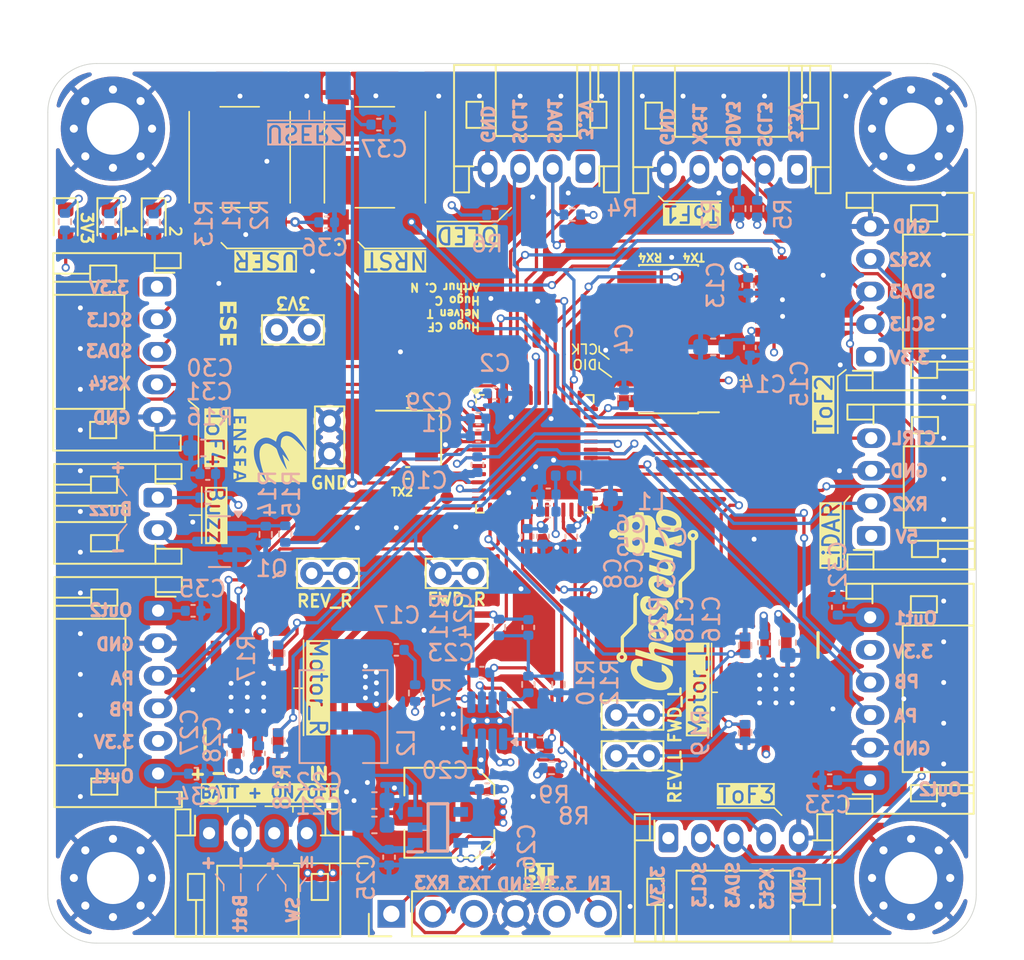
<source format=kicad_pcb>
(kicad_pcb (version 20241229) (generator "pcbnew") (generator_version "9.0")
  (layers (0 "F.Cu" signal) (4 "In1.Cu" power "In1_GND.Cu") (6 "In2.Cu" power "In2_3V3.Cu") (2 "B.Cu" signal) (13 "F.Paste" user) (15 "B.Paste" user) (5 "F.SilkS" user "F.Silkscreen") (7 "B.SilkS" user "B.Silkscreen") (1 "F.Mask" user) (3 "B.Mask" user) (25 "Edge.Cuts" user))
  (net 0 "")
  (net 1 "+7.5V")
  (net 2 "REV_L")
  (net 3 "GND")
  (net 4 "OUT_1_L")
  (net 5 "FWD_L")
  (net 6 "NRST")
  (net 7 "OUT_1_R")
  (net 8 "Net-(IC3-VCC)")
  (net 9 "FWD_R")
  (net 10 "REV_R")
  (net 11 "Net-(IC3-BST)")
  (net 12 "SW")
  (net 13 "PG")
  (net 14 "EN{slash}SYNC")
  (net 15 "/Power&Control/R_Bridge")
  (net 16 "+5V")
  (net 17 "+3.3V")
  (net 18 "SCL1")
  (net 19 "INT_XL2")
  (net 20 "INT_XL1")
  (net 21 "SDA1")
  (net 22 "SWDIO")
  (net 23 "TX4")
  (net 24 "RX4")
  (net 25 "SWCLK")
  (net 26 "Net-(U1-PF1)")
  (net 27 "M_CTRL")
  (net 28 "EN_BT")
  (net 29 "TX3")
  (net 30 "ENC_PB_R")
  (net 31 "ENC_PA_R")
  (net 32 "LED_STATE")
  (net 33 "Net-(U1-PF0)")
  (net 34 "ENC_PB_L")
  (net 35 "TX2")
  (net 37 "RX2")
  (net 38 "ENC_PA_L")
  (net 39 "/USER1")
  (net 40 "RX3")
  (net 42 "SCL3")
  (net 43 "SDA3")
  (net 44 "Net-(D3-K)")
  (net 45 "Net-(D1-K)")
  (net 46 "Net-(D2-K)")
  (net 47 "XShunt1")
  (net 48 "XShunt2")
  (net 49 "XShunt3")
  (net 50 "XShunt4")
  (net 55 "+3.3VA")
  (net 56 "Net-(C17-Pad1)")
  (net 57 "/Power&Control/FB")
  (net 63 "/Power&Control/OUT_2_L")
  (net 64 "/Power&Control/OUT_2_R")
  (net 65 "USER2")
  (net 66 "/D1")
  (net 67 "/D2")
  (net 68 "Buzzer")
  (net 69 "/Sensors&periphs/Buzz+")
  (net 70 "/Sensors&periphs/D_Buzz-")
  (net 71 "/Sensors&periphs/G_Q1")
  (net 75 "VBAT+")
  (footprint "Capacitor_SMD:C_Elec_5x5.4" (layer "F.Cu") (at 123.65 92.995 180)
    (property "Reference" "C19" (hide yes))
    (property "Value" "47u")
  )
  (footprint "Connector_JST:JST_PH_S5B-PH-K_1x05_P2.00mm_Horizontal" (layer "F.Cu") (at 105.7 60.7 -90)
    (property "Reference" "J8" (hide yes))
    (property "Value" "ToF4")
  )
  (footprint "TestPoint:TestPoint_Bridge_Pitch2.0mm_Drill0.7mm" (layer "F.Cu") (at 115.2 78.3)
    (property "Reference" "TP7" (hide yes))
    (property "Value" "REV_R")
  )
  (footprint "ESE:430182070816" (layer "F.Cu") (at 119.08 52.755 90)
    (property "Reference" "S1" (hide yes))
    (property "Value" "NRST")
  )
  (footprint "LED_SMD:LED_0603_1608Metric" (layer "F.Cu") (at 102.777097 56.75 -90)
    (property "Reference" "D1" (hide yes))
    (property "Value" "1")
  )
  (footprint "LED_SMD:LED_0603_1608Metric" (layer "F.Cu") (at 100.1 56.75 -90)
    (property "Reference" "D3" (hide yes))
    (property "Value" "3V3")
  )
  (footprint "ESE:430182070816" (layer "F.Cu") (at 110.78 52.755 90)
    (property "Reference" "S2" (hide yes))
    (property "Value" "USER")
  )
  (footprint "Connector_JST:JST_PH_S4B-PH-K_1x04_P2.00mm_Horizontal" (layer "F.Cu") (at 108.9 94.25)
    (property "Reference" "J11" (hide yes))
    (property "Value" "BATT + ON/OFF")
  )
  (footprint "LED_SMD:LED_0603_1608Metric" (layer "F.Cu") (at 105.5 56.7625 -90)
    (property "Reference" "D2" (hide yes))
    (property "Value" "2")
  )
  (footprint "TestPoint:TestPoint_Bridge_Pitch2.0mm_Drill0.7mm" (layer "F.Cu") (at 133.9 87)
    (property "Reference" "TP4" (hide yes))
    (property "Value" "FWD_L")
  )
  (footprint "TestPoint:TestPoint_Bridge_Pitch2.0mm_Drill0.7mm" (layer "F.Cu") (at 133.9 89.5)
    (property "Reference" "TP5" (hide yes))
    (property "Value" "REV_L")
  )
  (footprint "Connector_JST:JST_PH_S6B-PH-K_1x06_P2.00mm_Horizontal" (layer "F.Cu") (at 149.485778 90.999606 90)
    (property "Reference" "J9" (hide yes))
    (property "Value" "Motor_L")
  )
  (footprint "Crystal:Crystal_SMD_3225-4Pin_3.2x2.5mm" (layer "F.Cu") (at 121.15 69.96 180)
    (property "Reference" "Y1" (hide yes))
    (property "Value" "Crystal_GND24_Small")
  )
  (footprint "LOGO" (layer "F.Cu") (at 136.316597 79.8 90)
    (property "Reference" "G***" (hide yes))
    (property "Value" "LOGO" (hide yes))
  )
  (footprint "Capacitor_SMD:C_0402_1005Metric" (layer "F.Cu") (at 121.095 72.135 180)
    (property "Reference" "C12" (hide yes))
    (property "Value" "22p")
  )
  (footprint "MountingHole:MountingHole_3.2mm_M3_Pad_Via" (layer "F.Cu") (at 152 97)
    (property "Reference" "H2" (hide yes))
    (property "Value" "MountingHole_Pad")
  )
  (footprint "Connector_PinHeader_1.27mm:PinHeader_2x07_P1.27mm_Vertical_SMD" (layer "F.Cu") (at 137.113 63.92 180)
    (property "Reference" "J3" (hide yes))
    (property "Value" "Conn_ST_STDC14" (hide yes))
  )
  (footprint "ESE:ADXL343BCCZRL" (layer "F.Cu") (at 144.098 61.498)
    (property "Reference" "IC1" (hide yes))
    (property "Value" "ADXL343BCCZ-RL" (hide yes))
  )
  (footprint "Package_DFN_QFN:QFN-48-1EP_7x7mm_P0.5mm_EP5.6x5.6mm" (layer "F.Cu") (at 128.9 70.96)
    (property "Reference" "U1" (hide yes))
    (property "Value" "STM32G431CBUx")
  )
  (footprint "Connector_JST:JST_PH_S4B-PH-K_1x04_P2.00mm_Horizontal" (layer "F.Cu") (at 149.55 76 90)
    (property "Reference" "J1" (hide yes))
    (property "Value" "LiDAR")
  )
  (footprint "Connector_JST:JST_PH_S6B-PH-K_1x06_P2.00mm_Horizontal" (layer "F.Cu") (at 105.77 80.588 -90)
    (property "Reference" "J10" (hide yes))
    (property "Value" "Motor_R")
  )
  (footprint "TestPoint:TestPoint_Bridge_Pitch2.0mm_Drill0.7mm" (layer "F.Cu") (at 115.05 63.35 180)
    (property "Reference" "TP3" (hide yes))
    (property "Value" "3V3")
  )
  (footprint "Connector_JST:JST_PH_S2B-PH-K_1x02_P2.00mm_Horizontal" (layer "F.Cu") (at 105.75 73.65 -90)
    (property "Reference" "J12" (hide yes))
    (property "Value" "Buzz")
  )
  (footprint "TestPoint:TestPoint_Bridge_Pitch2.0mm_Drill0.7mm" (layer "F.Cu") (at 123.1 78.3)
    (property "Reference" "TP6" (hide yes))
    (property "Value" "FWD_R")
  )
  (footprint "MountingHole:MountingHole_3.2mm_M3_Pad_Via" (layer "F.Cu") (at 152 51)
    (property "Reference" "H3" (hide yes))
    (property "Value" "MountingHole_Pad")
  )
  (footprint "LOGO" (layer "F.Cu") (at 112.65 70.45 -90)
    (property "Reference" "G***" (hide yes))
    (property "Value" "LOGO" (hide yes))
  )
  (footprint "Capacitor_SMD:C_0402_1005Metric" (layer "F.Cu") (at 121.145 67.785 180)
    (property "Reference" "C11" (hide yes))
    (property "Value" "22p")
  )
  (footprint "Connector_JST:JST_PH_S5B-PH-K_1x05_P2.00mm_Horizontal" (layer "F.Cu") (at 149.5 65 90)
    (property "Reference" "J6" (hide yes))
    (property "Value" "ToF2")
  )
  (footprint "MountingHole:MountingHole_3.2mm_M3_Pad_Via" (layer "F.Cu") (at 103 97)
    (property "Reference" "H1" (hide yes))
    (property "Value" "MountingHole_Pad")
  )
  (footprint "MountingHole:MountingHole_3.2mm_M3_Pad_Via" (layer "F.Cu") (at 103 51)
    (property "Reference" "H4" (hide yes))
    (property "Value" "MountingHole_Pad")
  )
  (footprint "ESE:SOIC127P600X150-9N" (layer "F.Cu") (at 143.705778 85.386606 -90)
    (property "Reference" "IC2" (hide yes))
    (property "Value" "ZXBM5210-SP-13" (hide yes))
  )
  (footprint "Connector_JST:JST_PH_S4B-PH-K_1x04_P2.00mm_Horizontal" (layer "F.Cu") (at 132 53.45 180)
    (property "Reference" "J2" (hide yes))
    (property "Value" "OLED")
  )
  (footprint "Connector_JST:JST_PH_S5B-PH-K_1x05_P2.00mm_Horizontal" (layer "F.Cu") (at 145 53.5 180)
    (property "Reference" "J5" (hide yes))
    (property "Value" "ToF1")
  )
  (footprint "TestPoint:TestPoint_Bridge_Pitch2.0mm_Drill0.7mm" (layer "F.Cu") (at 116.3 70.95 90)
    (property "Reference" "TP2" (hide yes))
    (property "Value" "GND")
  )
  (footprint "Connector_JST:JST_PH_S5B-PH-K_1x05_P2.00mm_Horizontal" (layer "F.Cu") (at 137.1 94.55)
    (property "Reference" "J7" (hide yes))
    (property "Value" "ToF3")
  )
  (footprint "Connector_PinHeader_2.54mm:PinHeader_1x06_P2.54mm_Vertical" (layer "F.Cu") (at 120.09 99.2 90)
    (property "Reference" "J4" (hide yes))
    (property "Value" "BT")
  )
  (footprint "ESE:SOIC127P600X150-9N" (layer "F.Cu") (at 111.235 85.888 90)
    (property "Reference" "IC4" (hide yes))
    (property "Value" "ZXBM5210-SP-13" (hide yes))
  )
  (footprint "Resistor_SMD:R_0402_1005Metric" (layer "B.Cu") (at 121.55 85.645 90)
    (property "Reference" "R7")
    (property "Value" "20")
  )
  (footprint "Resistor_SMD:R_0402_1005Metric" (layer "B.Cu") (at 105.5 56.75 90)
    (property "Reference" "R2")
    (property "Value" "2.7k")
  )
  (footprint "Capacitor_SMD:C_0402_1005Metric" (layer "B.Cu") (at 125.42 68.8 180)
    (property "Reference" "C29")
    (property "Value" "0.1u")
  )
  (footprint "Capacitor_SMD:C_0402_1005Metric" (layer "B.Cu") (at 147 91 180)
    (property "Reference" "C33")
    (property "Value" "0.1u")
  )
  (footprint "Capacitor_SMD:C_0402_1005Metric" (layer "B.Cu") (at 107.92 80.6)
    (property "Reference" "C35")
    (property "Value" "0.1u")
  )
  (footprint "Capacitor_SMD:C_0402_1005Metric" (layer "B.Cu") (at 108.12 90.6)
    (property "Reference" "C34")
    (property "Value" "0.1u")
  )
  (footprint "Resistor_SMD:R_0402_1005Metric" (layer "B.Cu") (at 126.7 81.62 -90)
    (property "Reference" "R11")
    (property "Value" "40.2k")
  )
  (footprint "Resistor_SMD:R_0402_1005Metric" (layer "B.Cu") (at 131.2 56.275)
    (property "Reference" "R4")
    (property "Value" "4.7k")
  )
  (footprint "Resistor_SMD:R_0402_1005Metric" (layer "B.Cu") (at 141.45 55.91 -90)
    (property "Reference" "R3")
    (property "Value" "4.7k")
  )
  (footprint "Capacitor_SMD:C_0402_1005Metric" (layer "B.Cu") (at 119.95 95.725 -90)
    (property "Reference" "C25")
    (property "Value" "1u")
  )
  (footprint "Capacitor_SMD:C_0402_1005Metric" (layer "B.Cu") (at 142.960778 82.554606 -90)
    (property "Reference" "C18")
    (property "Value" "0.1u")
  )
  (footprint "Capacitor_SMD:C_0603_1608Metric" (layer "B.Cu") (at 119.05 92.245)
    (property "Reference" "C22")
    (property "Value" "22u")
  )
  (footprint "Resistor_SMD:R_0402_1005Metric" (layer "B.Cu") (at 113.575 75.89 90)
    (property "Reference" "R15")
    (property "Value" "470")
  )
  (footprint "Resistor_SMD:R_0402_1005Metric" (layer "B.Cu") (at 130.35 85.12 -90)
    (property "Reference" "R12")
    (property "Value" "7.68k")
  )
  (footprint "Capacitor_SMD:C_0603_1608Metric" (layer "B.Cu") (at 110.51 89.355 90)
    (property "Reference" "C27")
    (property "Value" "10u")
  )
  (footprint "Resistor_SMD:R_0402_1005Metric" (layer "B.Cu") (at 100.05 56.71 90)
    (property "Reference" "R13")
    (property "Value" "2.7k")
  )
  (footprint "Capacitor_SMD:C_0402_1005Metric" (layer "B.Cu") (at 129.72 73.45 180)
    (property "Reference" "C6")
    (property "Value" "1u")
  )
  (footprint "ESE:SOT95P280X125-5N" (layer "B.Cu") (at 122.95 93.895)
    (property "Reference" "IC5" (hide yes))
    (property "Value" "BU33SD5WG-TR" (hide yes))
  )
  (footprint "Capacitor_SMD:C_0402_1005Metric" (layer "B.Cu") (at 142 60.62 -90)
    (property "Reference" "C13")
    (property "Value" "0.1u")
  )
  (footprint "Capacitor_SMD:C_0402_1005Metric" (layer "B.Cu") (at 129.4 76.03 -90)
    (property "Reference" "C9")
    (property "Value" "0.1u")
  )
  (footprint "Capacitor_SMD:C_0603_1608Metric" (layer "B.Cu") (at 132.775 73.7)
    (property "Reference" "C7")
    (property "Value" "22u")
  )
  (footprint "Capacitor_SMD:C_0402_1005Metric" (layer "B.Cu") (at 125.65 84.395 180)
    (property "Reference" "C23")
    (property "Value" "0.1u")
  )
  (footprint "Capacitor_SMD:C_0402_1005Metric" (layer "B.Cu") (at 108.82 72.2 180)
    (property "Reference" "C30")
    (property "Value" "0.1u")
  )
  (footprint "Package_TO_SOT_SMD:SOT-23" (layer "B.Cu") (at 109.5375 76.35 180)
    (property "Reference" "Q1")
    (property "Value" "SQ2310ES")
  )
  (footprint "Resistor_SMD:R_0402_1005Metric" (layer "B.Cu") (at 142.55 55.91 -90)
    (property "Reference" "R5")
    (property "Value" "4.7k")
  )
  (footprint "Capacitor_SMD:C_0402_1005Metric" (layer "B.Cu") (at 131.14 76.03 -90)
    (property "Reference" "C3")
    (property "Value" "0.1u")
  )
  (footprint "Capacitor_SMD:C_0402_1005Metric" (layer "B.Cu") (at 125.375 71.625 -90)
    (property "Reference" "C10")
    (property "Value" "0.1u")
  )
  (footprint "Capacitor_SMD:C_0603_1608Metric" (layer "B.Cu") (at 108.55 70.6 180)
    (property "Reference" "C31")
    (property "Value" "10u")
  )
  (footprint "Resistor_SMD:R_0402_1005Metric" (layer "B.Cu") (at 102.777097 56.7375 90)
    (property "Reference" "R1")
    (property "Value" "2.7k")
  )
  (footprint "Resistor_SMD:R_0402_1005Metric" (layer "B.Cu") (at 108.84 73.65)
    (property "Reference" "R16")
    (property "Value" "100")
  )
  (footprint "Capacitor_SMD:C_0402_1005Metric" (layer "B.Cu") (at 147.5 80.38 90)
    (property "Reference" "C32")
    (property "Value" "0.1u")
  )
  (footprint "Resistor_SMD:R_0402_1005Metric" (layer "B.Cu") (at 141.810778 82.724606 90)
    (property "Reference" "R20")
    (property "Value" "100k")
  )
  (footprint "Capacitor_SMD:C_0603_1608Metric" (layer "B.Cu") (at 144.420778 82.554606 -90)
    (property "Reference" "C16")
    (property "Value" "10u")
  )
  (footprint "Capacitor_SMD:C_0402_1005Metric" (layer "B.Cu") (at 125.42 69.86 180)
    (property "Reference" "C1")
    (property "Value" "4.7u")
  )
  (footprint "Resistor_SMD:R_0402_1005Metric" (layer "B.Cu") (at 113.145 83.203 -90)
    (property "Reference" "R17")
    (property "Value" "100k" (hide yes))
  )
  (footprint "Resistor_SMD:R_0402_1005Metric" (layer "B.Cu") (at 129.225 88.745)
    (property "Reference" "R9")
    (property "Value" "100k")
  )
  (footprint "Capacitor_SMD:C_0402_1005Metric" (layer "B.Cu") (at 120.4 82.995 180)
    (property "Reference" "C17")
    (property "Value" "0.1u")
  )
  (footprint "Capacitor_SMD:C_0402_1005Metric" (layer "B.Cu") (at 119.32 50.75)
    (property "Reference" "C37")
    (property "Value" "0.1u")
  )
  (footprint "Capacitor_SMD:C_0402_1005Metric" (layer "B.Cu") (at 125.9 95.48 -90)
    (property "Reference" "C26")
    (property "Value" "1u")
  )
  (footprint "Capacitor_SMD:C_0402_1005Metric" (layer "B.Cu") (at 111.97 89.355 90)
    (property "Reference" "C28")
    (property "Value" "0.1u")
  )
  (footprint "Resistor_SMD:R_0402_1005Metric" (layer "B.Cu") (at 112.375 75.91 -90)
    (property "Reference" "R14")
    (property "Value" "100k")
  )
  (footprint "Capacitor_SMD:C_0402_1005Metric" (layer "B.Cu") (at 128.5 81.62 -90)
    (property "Reference" "C24")
    (property "Value" "15p")
  )
  (footprint "Resistor_SMD:R_0402_1005Metric" (layer "B.Cu") (at 129.925 90.245)
    (property "Reference" "R8")
    (property "Value" "100k")
  )
  (footprint "Capacitor_SMD:C_0402_1005Metric" (layer "B.Cu") (at 126.45 67.25)
    (property "Reference" "C2")
    (property "Value" "0.1u")
  )
  (footprint "Capacitor_SMD:C_0402_1005Metric" (layer "B.Cu") (at 134.37 67.53 90)
    (property "Reference" "C4")
    (property "Value" "0.1u")
  )
  (footprint "Inductor_SMD:L_0402_1005Metric" (layer "B.Cu") (at 130.665 72.3)
    (property "Reference" "L1")
    (property "Value" "4.7n")
  )
  (footprint "Capacitor_SMD:C_0402_1005Metric" (layer "B.Cu") (at 142.1 64.43 -90)
    (property "Reference" "C15")
    (property "Value" "0.1u")
  )
  (footprint "Capacitor_SMD:C_0603_1608Metric" (layer "B.Cu") (at 119.05 93.745)
    (property "Reference" "C21")
    (property "Value" "22u")
  )
  (footprint "Capacitor_SMD:C_0402_1005Metric" (layer "B.Cu") (at 128.45 76.03 -90)
    (property "Reference" "C8")
    (property "Value" "1u")
  )
  (footprint "Resistor_SMD:R_0402_1005Metric" (layer "B.Cu") (at 126.45 56.3 180)
    (property "Reference" "R6")
    (property "Value" "4.7k")
  )
  (footprint "Inductor_SMD:L_Wuerth_HCI-5040" (layer "B.Cu") (at 117.15 87.095 -90)
    (property "Reference" "L2")
    (property "Value" "4.7u" (hide yes))
  )
  (footprint "Resistor_SMD:R_0402_1005Metric" (layer "B.Cu") (at 128.5 85.12 -90)
    (property "Reference" "R10")
    (property "Value" "16k")
  )
  (footprint "Package_TO_SOT_SMD:TSOT-23-8" (layer "B.Cu") (at 125.975 87.345 90)
    (property "Reference" "IC3" (hide yes))
    (property "Value" "MP1475DJ-LF-P")
  )
  (footprint "Capacitor_SMD:C_0402_1005Metric" (layer "B.Cu") (at 116.12 56.75)
    (property "Reference" "C36")
    (property "Value" "0.1u")
  )
  (footprint "Resistor_SMD:R_0402_1005Metric" (layer "B.Cu") (at 141.810778 88.074606 -90)
    (property "Reference" "R19")
    (property "Value" "100k")
  )
  (footprint "Capacitor_SMD:C_0603_1608Metric" (layer "B.Cu") (at 139.85 64.4 180)
    (property "Reference" "C14")
    (property "Value" "10u")
  )
  (footprint "Capacitor_SMD:C_0402_1005Metric" (layer "B.Cu") (at 129.72 74.51 180)
    (property "Reference" "C5")
    (property "Value" "10n")
  )
  (footprint "Capacitor_SMD:C_0402_1005Metric" (layer "B.Cu") (at 125.97 91.55 180)
    (property "Reference" "C20")
    (property "Value" "0.1u")
  )
  (footprint "Resistor_SMD:R_0402_1005Metric" (layer "B.Cu") (at 113.145 88.588 -90)
    (property "Reference" "R18")
    (property "Value" "100k")
  )
  (gr_circle (center 123.5 73.65) (end 123.8 73.65) (stroke (width 0.2)) (fill yes) (layers "F.Cu" "F.Mask") (net 35))
  (gr_rect (start 112.325 47.6) (end 113.675 49.1) (stroke (width 0.2)) (fill yes) (layers "B.Cu" "B.Mask") (net 3))
  (gr_rect (start 116.15 47.6) (end 117.5 49.1) (stroke (width 0.2)) (fill yes) (layers "B.Cu" "B.Mask") (net 65))
  (gr_line (start 116.3 96.1) (end 116.3 96.55) (stroke (width 0.1)) (layer "F.SilkS"))
  (gr_line (start 147.9 73.95) (end 148.25 73.55) (stroke (width 0.1)) (layer "F.SilkS"))
  (gr_line (start 114.7 85.35) (end 114.1 85.35) (stroke (width 0.1)) (layer "F.SilkS"))
  (gr_line (start 114.1 96.1) (end 118.65 96.1) (stroke (width 0.1)) (layer "F.SilkS"))
  (gr_line (start 132.85 64.7) (end 133.45 65.15) (stroke (width 0.1)) (layer "F.SilkS"))
  (gr_line (start 126.6 56.7) (end 127.45 55.85) (stroke (width 0.1)) (layer "F.SilkS"))
  (gr_line (start 132.85 65.35) (end 132.85 65.7) (stroke (width 0.1)) (layer "F.SilkS"))
  (gr_line (start 108.45 74.725) (end 107.7 74.725) (stroke (width 0.1)) (layer "F.SilkS"))
  (gr_line (start 114.75 58.35) (end 110 58.35) (stroke (width 0.1)) (layer "F.SilkS"))
  (gr_line (start 122.9 56.7) (end 126.6 56.7) (stroke (width 0.1)) (layer "F.SilkS"))
  (gr_line (start 114.05 92.6) (end 114.05 92.95) (stroke (width 0.1)) (layer "F.SilkS"))
  (gr_line (start 147.9 78) (end 147.9 73.95) (stroke (width 0.1)) (layer "F.SilkS"))
  (gr_line (start 110 58.35) (end 109.65 58) (stroke (width 0.1)) (layer "F.SilkS"))
  (gr_line (start 128.25 97.6) (end 130.05 97.6) (stroke (width 0.1)) (layer "F.SilkS"))
  (gr_line (start 122.2 58.35) (end 118.45 58.35) (stroke (width 0.1)) (layer "F.SilkS"))
  (gr_line (start 108.35 92.6) (end 111.75 92.6) (stroke (width 0.1)) (layer "F.SilkS"))
  (gr_line (start 118.45 58.35) (end 118.05 57.95) (stroke (width 0.1)) (layer "F.SilkS"))
  (gr_line (start 108.25 71.75) (end 108.25 68.2) (stroke (width 0.1)) (layer "F.SilkS"))
  (gr_line (start 147.5 66.2) (end 148 65.8) (stroke (width 0.1)) (layer "F.SilkS"))
  (gr_line (start 108.25 68.2) (end 107.65 67.7) (stroke (width 0.1)) (layer "F.SilkS"))
  (gr_line (start 136.8 55.45) (end 136.5 55.15) (stroke (width 0.1)) (layer "F.SilkS"))
  (gr_line (start 139.75 82.6) (end 139.75 88.3) (stroke (width 0.1)) (layer "F.SilkS"))
  (gr_line (start 143.6 92.7) (end 144.05 93.15) (stroke (width 0.1)) (layer "F.SilkS"))
  (gr_line (start 147.5 69.7) (end 147.5 66.2) (stroke (width 0.1)) (layer "F.SilkS"))
  (gr_line (start 140.1 92.7) (end 143.6 92.7) (stroke (width 0.1)) (layer "F.SilkS"))
  (gr_line (start 132.85 64.35) (end 132.85 64.7) (stroke (width 0.1)) (layer "F.SilkS"))
  (gr_line (start 108.45 73) (end 108.45 76.45) (stroke (width 0.1)) (layer "F.SilkS"))
  (gr_line (start 114.7 82.4) (end 114.7 88.25) (stroke (width 0.1)) (layer "F.SilkS"))
  (gr_line (start 110.05 92.6) (end 110.05 92.95) (stroke (width 0.1)) (layer "F.SilkS"))
  (gr_line (start 139.8 85.6) (end 140.1 85.6) (stroke (width 0.1)) (layer "F.SilkS"))
  (gr_line (start 140.35 55.45) (end 136.8 55.45) (stroke (width 0.1)) (layer "F.SilkS"))
  (gr_line (start 132.85 65.7) (end 133.6 66.25) (stroke (width 0.1)) (layer "F.SilkS"))
  (gr_line (start 112.35 92.6) (end 115.75 92.6) (stroke (width 0.1)) (layer "F.SilkS"))
  (gr_line (start 114.85 97) (end 114.5 97.45) (stroke (width 0.1)) (layer "B.SilkS"))
  (gr_line (start 117.25 50.5) (end 112.5 50.5) (stroke (width 0.1)) (layer "B.SilkS"))
  (gr_line (start 103.85 75.285) (end 103.35 75.915) (stroke (width 0.1)) (layer "B.SilkS"))
  (gr_line (start 113.6 97.43) (end 113.6 97.8) (stroke (width 0.1)) (layer "B.SilkS"))
  (gr_line (start 109.3 96.77) (end 109.8 97.4) (stroke (width 0.1)) (layer "B.SilkS"))
  (gr_line (start 110.85 96.75) (end 110.85 97.82) (stroke (width 0.1)) (layer "B.SilkS"))
  (gr_line (start 112.4 96.77) (end 111.9 97.4) (stroke (width 0.1)) (layer "B.SilkS"))
  (gr_line (start 111.9 97.4) (end 111.9 97.77) (stroke (width 0.1)) (layer "B.SilkS"))
  (gr_line (start 115.05 50.5) (end 115.05 49.9) (stroke (width 0.1)) (layer "B.SilkS"))
  (gr_line (start 113.1 96.8) (end 113.6 97.43) (stroke (width 0.1)) (layer "B.SilkS"))
  (gr_line (start 114.5 97.45) (end 114.5 97.82) (stroke (width 0.1)) (layer "B.SilkS"))
  (gr_line (start 103.35 72.885) (end 103.35 72.515) (stroke (width 0.1)) (layer "B.SilkS"))
  (gr_line (start 109.8 97.4) (end 109.8 97.77) (stroke (width 0.1)) (layer "B.SilkS"))
  (gr_line (start 103.85 73.515) (end 103.35 72.885) (stroke (width 0.1)) (layer "B.SilkS"))
  (gr_line (start 103.35 75.915) (end 103.35 76.285) (stroke (width 0.1)) (layer "B.SilkS"))
  (gr_arc (start 99 50) (mid 99.87868 47.87868) (end 102 47) (stroke (width 0.05)) (layer "Edge.Cuts"))
  (gr_line (start 102 101) (end 153 101) (stroke (width 0.05)) (layer "Edge.Cuts"))
  (gr_line (start 99 50) (end 99 98) (stroke (width 0.05)) (layer "Edge.Cuts"))
  (gr_line (start 153 47) (end 102 47) (stroke (width 0.05)) (layer "Edge.Cuts"))
  (gr_arc (start 102 101) (mid 99.87868 100.12132) (end 99 98) (stroke (width 0.05)) (layer "Edge.Cuts"))
  (gr_arc (start 156 98) (mid 155.12132 100.12132) (end 153 101) (stroke (width 0.05)) (layer "Edge.Cuts"))
  (gr_arc (start 153 47) (mid 155.12132 47.87868) (end 156 50) (stroke (width 0.05)) (layer "Edge.Cuts"))
  (gr_line (start 156 98) (end 156 50) (stroke (width 0.05)) (layer "Edge.Cuts"))
  (gr_text "+" (at 108.6 90.05 90) (layer "F.SilkS") (effects (font (size 0.75 0.75) (thickness 0.1875) (bold yes)) (justify left bottom mirror)))
  (gr_text "TX2" (at 120 73.6 0) (layer "F.SilkS") (effects (font (size 0.5 0.5) (thickness 0.125) (bold yes)) (justify left bottom)))
  (gr_text "Hugo CF\nNelven T\nHugo C\nArthur C. N" (at 125.6 60.45 180) (layer "F.SilkS") (effects (font (size 0.5 0.5) (thickness 0.125) (bold yes)) (justify left bottom)))
  (gr_text "CLK" (at 132.85 64.15 180) (layer "F.SilkS") (effects (font (size 0.6 0.6) (thickness 0.1)) (justify left bottom)))
  (gr_text "ESE" (at 109.4 61.5 270) (layer "F.SilkS") (effects (font (size 1 1) (thickness 0.25) (bold yes) (italic yes)) (justify left bottom)))
  (gr_text "IN" (at 114.95 91.05 0) (layer "F.SilkS") (effects (font (size 0.75 0.75) (thickness 0.1875) (bold yes)) (justify left bottom)))
  (gr_text "DIO" (at 132.8 65.1 180) (layer "F.SilkS") (effects (font (size 0.6 0.6) (thickness 0.1)) (justify left bottom)))
  (gr_text "+" (at 113.75 89.95 90) (layer "F.SilkS") (effects (font (size 0.75 0.75) (thickness 0.1875) (bold yes)) (justify left bottom mirror)))
  (gr_text "RX4" (at 136.8 58.6 180) (layer "F.SilkS") (effects (font (size 0.5 0.5) (thickness 0.125) (bold yes)) (justify left bottom)))
  (gr_text "+" (at 142.15 66.75 0) (layer "F.SilkS") (effects (font (size 0.6 0.6) (thickness 0.1)) (justify left bottom mirror)))
  (gr_text "-" (at 111.85 91.6 180) (layer "F.SilkS") (effects (font (size 0.75 0.75) (thickness 0.1875) (bold yes)) (justify left bottom mirror)))
  (gr_text "-" (at 108.9 90.2 180) (layer "F.SilkS") (effects (font (size 0.75 0.75) (thickness 0.1875) (bold yes)) (justify left bottom mirror)))
  (gr_text "TX4" (at 139.4 58.6 180) (layer "F.SilkS") (effects (font (size 0.5 0.5) (thickness 0.125) (bold yes)) (justify left bottom)))
  (gr_text "GND" (at 153.3 57.45 0) (layer "B.SilkS") (effects (font (size 0.75 0.75) (thickness 0.1875) (bold yes)) (justify left bottom mirror)))
  (gr_text "RX3" (at 123.8 97.75 0) (layer "B.SilkS") (effects (font (size 0.75 0.75) (thickness 0.1875) (bold yes)) (justify left bottom mirror)))
  (gr_text "3.3V" (at 136.9 96.15 90) (layer "B.SilkS") (effects (font (size 0.75 0.75) (thickness 0.1875) (bold yes)) (justify left bottom mirror)))
  (gr_text "SDA3" (at 104.3 65.1 0) (layer "B.SilkS") (effects (font (size 0.75 0.75) (thickness 0.1875) (bold yes)) (justify left bottom mirror)))
  (gr_text "GND" (at 145.55 96.15 90) (layer "B.SilkS") (effects (font (size 0.75 0.75) (thickness 0.1875) (bold yes)) (justify left bottom mirror)))
  (gr_text "PA" (at 104.4 85.2 0) (layer "B.SilkS") (effects (font (size 0.75 0.75) (thickness 0.1875) (bold yes)) (justify left bottom mirror)))
  (gr_text "3.3V" (at 104.1 61.2 0) (layer "B.SilkS") (effects (font (size 0.75 0.75) (thickness 0.1875) (bold yes)) (justify left bottom mirror)))
  (gr_text "GND" (at 153.3 89.5 0) (layer "B.SilkS") (effects (font (size 0.75 0.75) (thickness 0.1875) (bold yes)) (justify left bottom mirror)))
  (gr_text "5V" (at 152.55 76.5 0) (layer "B.SilkS") (effects (font (size 0.75 0.75) (thickness 0.1875) (bold yes)) (justify left bottom mirror)))
  (gr_text "+" (at 113.2 95.55 90) (layer "B.SilkS") (effects (font (size 0.75 0.75) (thickness 0.1875) (bold yes)) (justify left bottom mirror)))
  (gr_text "RX2" (at 153.15 74.5 0) (layer "B.SilkS") (effects (font (size 0.75 0.75) (thickness 0.1875) (bold yes)) (justify left bottom mirror)))
  (gr_text "Out1" (at 104.4 91.2 0) (layer "B.SilkS") (effects (font (size 0.75 0.75) (thickness 0.1875) (bold yes)) (justify left bottom mirror)))
  (gr_text "Batt" (at 111.25 97.9 90) (layer "B.SilkS") (effects (font (size 0.75 0.75) (thickness 0.1875) (bold yes)) (justify left bottom mirror)))
  (gr_text "SCL1" (at 127.5 52.05 270) (layer "B.SilkS") (effects (font (size 0.75 0.75) (thickness 0.1875) (bold yes)) (justify left bottom mirror)))
  (gr_text "TX3" (at 126.3 97.8 0) (layer "B.SilkS") (effects (font (size 0.75 0.75) (thickness 0.1875) (bold yes)) (justify left bottom mirror)))
  (gr_text "GND" (at 104.2 69.2 0) (layer "B.SilkS") (effects (font (size 0.75 0.75) (thickness 0.1875) (bold yes)) (justify left bottom mirror)))
  (gr_text "SCL3" (at 104.3 63.2 0) (layer "B.SilkS") (effects (font (size 0.75 0.75) (thickness 0.1875) (bold yes)) (justify left bottom mirror)))
  (gr_text "XSt2" (at 153.35 59.5 0) (layer "B.SilkS") (effects (font (size 0.75 0.75) (thickness 0.1875) (bold yes)) (justify left bottom mirror)))
  (gr_text "Buzz" (at 104.3 74.8 0) (layer "B.SilkS") (effects (font (size 0.75 0.75) (thickness 0.1875) (bold yes)) (justify left bottom mirror)))
  (gr_text "XSt1" (at 138.55 52.1 270) (layer "B.SilkS") (effects (font (size 0.75 0.75) (thickness 0.1875) (bold yes)) (justify left bottom mirror)))
  (gr_text "XSt4" (at 104.2 67.1 0) (layer "B.SilkS") (effects (font (size 0.75 0.75) (thickness 0.1875) (bold yes)) (justify left bottom mirror)))
  (gr_text "GND" (at 153.15 72.45 0) (layer "B.SilkS") (effects (font (size 0.75 0.75) (thickness 0.1875) (bold yes)) (justify left bottom mirror)))
  (gr_text "PB" (at 152.6 85.4 0) (layer "B.SilkS") (effects (font (size 0.75 0.75) (thickness 0.1875) (bold yes)) (justify left bottom mirror)))
  (gr_text "3.3V" (at 131.55 51.8 270) (layer "B.SilkS") (effects (font (size 0.75 0.75) (thickness 0.1875) (bold yes)) (justify left bottom mirror)))
  (gr_text "SDA1" (at 129.65 52.05 270) (layer "B.SilkS") (effects (font (size 0.75 0.75) (thickness 0.1875) (bold yes)) (justify left bottom mirror)))
  (gr_text "SDA3" (at 140.6 52.25 270) (layer "B.SilkS") (effects (font (size 0.75 0.75) (thickness 0.1875) (bold yes)) (justify left bottom mirror)))
  (gr_text "+" (at 103.9 72.2 0) (layer "B.SilkS") (effects (font (size 0.75 0.75) (thickness 0.1875) (bold yes)) (justify left bottom mirror)))
  (gr_text "SCL3" (at 153.6 63.45 0) (layer "B.SilkS") (effects (font (size 0.75 0.75) (thickness 0.1875) (bold yes)) (justify left bottom mirror)))
  (gr_text "SCL3" (at 139.45 95.9 90) (layer "B.SilkS") (effects (font (size 0.75 0.75) (thickness 0.1875) (bold yes)) (justify left bottom mirror)))
  (gr_text "Out1" (at 153.7 81.5 0) (layer "B.SilkS") (effects (font (size 0.75 0.75) (thickness 0.1875) (bold yes)) (justify left bottom mirror)))
  (gr_text "GND" (at 136.55 52.15 270) (layer "B.SilkS") (effects (font (size 0.75 0.75) (thickness 0.1875) (bold yes)) (justify left bottom mirror)))
  (gr_text "PB" (at 104.4 87.1 0) (layer "B.SilkS") (effects (font (size 0.75 0.75) (thickness 0.1875) (bold yes)) (justify left bottom mirror)))
  (gr_text "PA" (at 152.5 87.5 0) (layer "B.SilkS") (effects (font (size 0.75 0.75) (thickness 0.1875) (bold yes)) (justify left bottom mirror)))
  (gr_text "SDA3" (at 141.5 95.9 90) (layer "B.SilkS") (effects (font (size 0.75 0.75) (thickness 0.1875) (bold yes)) (justify left bottom mirror)))
  (gr_text "IN" (at 115.45 96.4 0) (layer "B.SilkS") (effects (font (size 0.6 0.6) (thickness 0.15) (bold yes)) (justify left bottom mirror)))
  (gr_text "-" (at 103.9 77.3 0) (layer "B.SilkS") (effects (font (size 0.75 0.75) (thickness 0.1875) (bold yes)) (justify left bottom mirror)))
  (gr_text "GND" (at 125.55 52 270) (layer "B.SilkS") (effects (font (size 0.75 0.75) (thickness 0.1875) (bold yes)) (justify left bottom mirror)))
  (gr_text "SDA3" (at 153.6 61.45 0) (layer "B.SilkS") (effects (font (size 0.75 0.75) (thickness 0.1875) (bold yes)) (justify left bottom mirror)))
  (gr_text "SW" (at 114.5 98.05 90) (layer "B.SilkS") (effects (font (size 0.75 0.75) (thickness 0.1875) (bold yes)) (justify left bottom mirror)))
  (gr_text "SCL3" (at 142.55 52.25 270) (layer "B.SilkS") (effects (font (size 0.75 0.75) (thickness 0.1875) (bold yes)) (justify left bottom mirror)))
  (gr_text "3.3V" (at 153.45 83.55 0) (layer "B.SilkS") (effects (font (size 0.75 0.75) (thickness 0.1875) (bold yes)) (justify left bottom mirror)))
  (gr_text "3.3V" (at 104.4 89.1 0) (layer "B.SilkS") (effects (font (size 0.75 0.75) (thickness 0.1875) (bold yes)) (justify left bottom mirror)))
  (gr_text "+" (at 109.25 95.5 90) (layer "B.SilkS") (effects (font (size 0.75 0.75) (thickness 0.1875) (bold yes)) (justify left bottom mirror)))
  (gr_text "CTRL" (at 153.65 70.45 0) (layer "B.SilkS") (effects (font (size 0.75 0.75) (thickness 0.1875) (bold yes)) (justify left bottom mirror)))
  (gr_text "USER2" (at 114.85 51.3 180) (layer "B.SilkS" knockout) (effects (font (size 1 1)) (justify mirror)))
  (gr_text "3.3V" (at 131.6 97.8 0) (layer "B.SilkS") (effects (font (size 0.75 0.75) (thickness 0.1875) (bold yes)) (justify left bottom mirror)))
  (gr_text "EN" (at 133.7 97.8 0) (layer "B.SilkS") (effects (font (size 0.75 0.75) (thickness 0.1875) (bold yes)) (justify left bottom mirror)))
  (gr_text "Out2" (at 104.3 81 0) (layer "B.SilkS") (effects (font (size 0.75 0.75) (thickness 0.1875) (bold yes)) (justify left bottom mirror)))
  (gr_text "Out2" (at 155.2 92 0) (layer "B.SilkS") (effects (font (size 0.75 0.75) (thickness 0.1875) (bold yes)) (justify left bottom mirror)))
  (gr_text "3.3V" (at 144.45 51.95 270) (layer "B.SilkS") (effects (font (size 0.75 0.75) (thickness 0.1875) (bold yes)) (justify left bottom mirror)))
  (gr_text "GND" (at 104.4 83.1 0) (layer "B.SilkS") (effects (font (size 0.75 0.75) (thickness 0.1875) (bold yes)) (justify left bottom mirror)))
  (gr_text "3.3V" (at 153.25 65.5 0) (layer "B.SilkS") (effects (font (size 0.75 0.75) (thickness 0.1875) (bold yes)) (justify left bottom mirror)))
  (gr_text "-" (at 111.25 95.5 90) (layer "B.SilkS") (effects (font (size 0.75 0.75) (thickness 0.1875) (bold yes)) (justify left bottom mirror)))
  (gr_text "XSt3" (at 143.6 96.25 90) (layer "B.SilkS") (effects (font (size 0.75 0.75) (thickness 0.1875) (bold yes)) (justify left bottom mirror)))
  (gr_text "GND" (at 129 97.85 0) (layer "B.SilkS") (effects (font (size 0.75 0.75) (thickness 0.1875) (bold yes)) (justify left bottom mirror)))
  (segment (start 110.6 90.35) (end 110.65 90.4) (width 0.5) (layer "F.Cu") (net 1))
  (segment (start 144.340778 81.740778) (end 144.340778 82.698606) (width 0.5) (layer "F.Cu") (net 1))
  (segment (start 111.87 82.03) (end 112.05 81.85) (width 0.5) (layer "F.Cu") (net 1))
  (segment (start 111.87 88.576) (end 111.87 90.18) (width 0.5) (layer "F.Cu") (net 1))
  (segment (start 143.070778 88.074606) (end 143.070778 89.370778) (width 0.5) (layer "F.Cu") (net 1))
  (segment (start 144.340778 81.290778) (end 143.85 80.8) (width 0.5) (layer "F.Cu") (net 1))
  (segment (start 143.1 81.5) (end 143.1 82.669384) (width 0.5) (layer "F.Cu") (net 1))
  (segment (start 111.87 90.18) (end 111.65 90.4) (width 0.5) (layer "F.Cu") (net 1))
  (segment (start 143.1 82.669384) (end 143.070778 82.698606) (width 0.5) (layer "F.Cu") (net 1))
  (segment (start 144.340778 82.698606) (end 144.340778 81.290778) (width 0.5) (layer "F.Cu") (net 1))
  (segment (start 110.6 88.576) (end 110.6 90.35) (width 0.5) (layer "F.Cu") (net 1))
  (segment (start 142.95 81.35) (end 143.1 81.5) (width 0.5) (layer "F.Cu") (net 1))
  (segment (start 111.87 83.2) (end 111.87 82.03) (width 0.5) (layer "F.Cu") (net 1))
  (segment (start 142.95 80.9) (end 142.95 81.35) (width 0.5) (layer "F.Cu") (net 1))
  (segment (start 143.070778 89.370778) (end 143.1 89.4) (width 0.5) (layer "F.Cu") (net 1))
  (via (at 143.85 80.8) (size 0.5) (drill 0.3) (layers "F.Cu" "B.Cu") (net 1))
  (via (at 126.95 92.95) (size 0.5) (drill 0.3) (layers "F.Cu" "B.Cu") (net 1))
  (via (at 127.399 89.9) (size 0.5) (drill 0.3) (layers "F.Cu" "B.Cu") (net 1))
  (via (at 114.95 96.7) (size 0.5) (drill 0.3) (layers "F.Cu" "B.Cu") (net 1))
  (via (at 126.75 89.9) (size 0.5) (drill 0.3) (layers "F.Cu" "B.Cu") (net 1))
  (via (at 111.65 90.4) (size 0.5) (drill 0.3) (layers "F.Cu" "B.Cu") (net 1))
  (via (at 126.958635 93.608635) (size 0.5) (drill 0.3) (layers "F.Cu" "B.Cu") (net 1))
  (via (at 127.05 91.55) (size 0.5) (drill 0.3) (layers "F.Cu" "B.Cu") (net 1))
  (via (at 110.65 90.4) (size 0.5) (drill 0.3) (layers "F.Cu" "B.Cu") (net 1))
  (via (at 112.05 81.85) (size 0.5) (drill 0.3) (layers "F.Cu" "B.Cu") (net 1))
  (via (at 115.75 96.7) (size 0.5) (drill 0.3) (layers "F.Cu" "B.Cu") (net 1))
  (via (at 143.1 89.4) (size 0.5) (drill 0.3) (layers "F.Cu" "B.Cu") (net 1))
  (via (at 116.5 96.7) (size 0.5) (drill 0.3) (layers "F.Cu" "B.Cu") (net 1))
  (via (at 142.95 80.9) (size 0.5) (drill 0.3) (layers "F.Cu" "B.Cu") (net 1))
  (via (at 126.95 92.3) (size 0.5) (drill 0.3) (layers "F.Cu" "B.Cu") (net 1))
  (via (at 129.05 90.65) (size 0.5) (drill 0.3) (layers "F.Cu" "B.Cu") (net 1))
  (segment (start 143.85 80.8) (end 143.85 81.208828) (width 0.5) (layer "B.Cu") (net 1))
  (segment (start 129.05 90.65) (end 129.05 90.61) (width 0.5) (layer "B.Cu") (net 1))
  (segment (start 110.65 90.27) (end 110.51 90.13) (width 0.5) (layer "B.Cu") (net 1))
  (segment (start 142.95 80.9) (end 142.95 81.628444) (width 0.5) (layer "B.Cu") (net 1))
  (segment (start 111.65 90.155) (end 111.97 89.835) (width 0.5) (layer "B.Cu") (net 1))
  (segment (start 111.65 90.4) (end 111.65 90.155) (width 0.5) (layer "B.Cu") (net 1))
  (segment (start 142.960778 81.639222) (end 142.960778 82.074606) (width 0.5) (layer "B.Cu") (net 1))
  (segment (start 126.75 89.9) (end 126.3 89.45) (width 0.4) (layer "B.Cu") (net 1))
  (segment (start 142.95 81.628444) (end 142.960778 81.639222) (width 0.5) (layer "B.Cu") (net 1))
  (segment (start 126.3 89.45) (end 126.3 88.645) (width 0.4) (layer "B.Cu") (net 1))
  (segment (start 110.65 90.4) (end 110.65 90.27) (width 0.5) (layer "B.Cu") (net 1))
  (segment (start 110.65 90.4) (end 110.65 89.975) (width 0.5) (layer "B.Cu") (net 1))
  (segment (start 126.75 89.9) (end 127.399 89.9) (width 0.4) (layer "B.Cu") (net 1))
  (segment (start 127.05 91.55) (end 126.45 91.55) (width 0.5) (layer "B.Cu") (net 1))
  (segment (start 129.05 90.61) (end 129.415 90.245) (width 0.5) (layer "B.Cu") (net 1))
  (segment (start 143.85 81.208828) (end 144.420778 81.779606) (width 0.5) (layer "B.Cu") (net 1))
  (segment (start 141.43 74.12) (end 140.89 74.12) (width 0.2) (layer "F.Cu") (net 2))
  (segment (start 130.16 61.58) (end 129.65 62.09) (width 0.2) (layer "F.Cu") (net 2))
  (segment (start 130.7 61.58) (end 130.16 61.58) (width 0.2) (layer "F.Cu") (net 2))
  (segment (start 140.8 87.55) (end 141.276172 87.55) (width 0.2) (layer "F.Cu") (net 2))
  (segment (start 140.34 74.67) (end 140.34 87.09) (width 0.2) (layer "F.Cu") (net 2))
  (segment (start 141.276172 87.55) (end 141.800778 88.074606) (width 0.2) (layer "F.Cu") (net 2))
  (segment (start 140.89 74.12) (end 140.34 74.67) (width 0.2) (layer "F.Cu") (net 2))
  (segment (start 140.34 87.09) (end 140.8 87.55) (width 0.2) (layer "F.Cu") (net 2))
  (segment (start 129.65 62.09) (end 129.65 67.5225) (width 0.2) (layer "F.Cu") (net 2))
  (via (at 141.43 74.12) (size 0.5) (drill 0.3) (layers "F.Cu" "B.Cu") (net 2))
  (via (at 140.8 87.55) (size 0.5) (drill 0.3) (layers "F.Cu" "B.Cu") (net 2))
  (via (at 130.7 61.58) (size 0.5) (drill 0.3) (layers "F.Cu" "B.Cu") (net 2))
  (segment (start 132.79 68.74) (end 130.699 66.649) (width 0.2) (layer "B.Cu") (net 2))
  (segment (start 141.43 74.12) (end 136.05 68.74) (width 0.2) (layer "B.Cu") (net 2))
  (segment (start 133.140057 68.74) (end 132.79 68.74) (width 0.2) (layer "B.Cu") (net 2))
  (segment (start 130.699 66.649) (end 130.699 64.859) (width 0.2) (layer "B.Cu") (net 2))
  (segment (start 138.85 89.5) (end 135.9 89.5) (width 0.2) (layer "B.Cu") (net 2))
  (segment (start 141.810778 87.564606) (end 140.814606 87.564606) (width 0.2) (layer "B.Cu") (net 2))
  (segment (start 130.7 64.858) (end 130.7 61.58) (width 0.2) (layer "B.Cu") (net 2))
  (segment (start 133.648943 68.751) (end 133.151057 68.751) (width 0.2) (layer "B.Cu") (net 2))
  (segment (start 136.05 68.74) (end 133.659943 68.74) (width 0.2) (layer "B.Cu") (net 2))
  (segment (start 130.699 64.859) (end 130.7 64.858) (width 0.2) (layer "B.Cu") (net 2))
  (segment (start 133.151057 68.751) (end 133.140057 68.74) (width 0.2) (layer "B.Cu") (net 2))
  (segment (start 140.8 87.55) (end 138.85 89.5) (width 0.2) (layer "B.Cu") (net 2))
  (segment (start 133.659943 68.74) (end 133.648943 68.751) (width 0.2) (layer "B.Cu") (net 2))
  (segment (start 135.9 89.5) (end 133.9 89.5) (width 0.2) (layer "B.Cu") (net 2))
  (segment (start 140.814606 87.564606) (end 140.8 87.55) (width 0.2) (layer "B.Cu") (net 2))
  (segment (start 143 61.898) (end 143 62.698) (width 0.2) (layer "F.Cu") (net 3))
  (segment (start 109.47 56.73) (end 109.8 56.4) (width 0.2) (layer "F.Cu") (net 3))
  (segment (start 143 62.698) (end 143.935498 62.698) (width 0.2) (layer "F.Cu") (net 3))
  (segment (start 145.196 60.298) (end 146.132 60.298) (width 0.2) (layer "F.Cu") (net 3))
  (segment (start 144.1 61.5) (end 144.1 60.6215) (width 0.2) (layer "F.Cu") (net 3))
  (segment (start 144.1 62.513498) (end 144.11 62.523498) (width 0.2) (layer "F.Cu") (net 3))
  (segment (start 108.53 56.73) (end 108.53 56.67) (width 0.2) (layer "F.Cu") (net 3))
  (segment (start 108.53 56.73) (end 109.47 56.73) (width 0.2) (layer "F.Cu") (net 3))
  (segment (start 143 60.298) (end 142.002 60.298) (width 0.2) (layer "F.Cu") (net 3))
  (segment (start 109.33 83.983) (end 111.235 85.888) (width 0.2) (layer "F.Cu") (net 3))
  (segment (start 122.71 70.35) (end 122.25 70.81) (width 0.2) (layer "F.Cu") (net 3))
  (segment (start 144.1 60.6) (end 143.798 60.298) (width 0.2) (layer "F.Cu") (net 3))
  (segment (start 144.4235 60.298) (end 145.196 60.298) (width 0.2) (layer "F.Cu") (net 3))
  (segment (start 120.665 68.495) (end 120.05 69.11) (width 0.2) (layer "F.Cu") (net 3))
  (segment (start 123.362646 70.35) (end 122.71 70.35) (width 0.2) (layer "F.Cu") (net 3))
  (segment (start 143.798 60.298) (end 143 60.298) (width 0.2) (layer "F.Cu") (net 3))
  (segment (start 144.1 60.6215) (end 144.4235 60.298) (width 0.2) (layer "F.Cu") (net 3))
  (segment (start 142.182 61.898) (end 142.18 61.9) (width 0.2) (layer "F.Cu") (net 3))
  (segment (start 142.002 60.298) (end 142 60.3) (width 0.2) (layer "F.Cu") (net 3))
  (segment (start 120.665 67.785) (end 120.665 68.495) (width 0.2) (layer "F.Cu") (net 3))
  (segment (start 109.33 83.2) (end 109.33 83.983) (width 0.2) (layer "F.Cu") (net 3))
  (segment (start 145.610778 87.291606) (end 143.705778 85.386606) (width 0.2) (layer "F.Cu") (net 3))
  (segment (start 145.610778 88.074606) (end 145.610778 87.291606) (width 0.2) (layer "F.Cu") (net 3))
  (segment (start 144.1 61.5) (end 144.1 60.6) (width 0.2) (layer "F.Cu") (net 3))
  (segment (start 123.412331 70.399685) (end 123.362646 70.35) (width 0.2) (layer "F.Cu") (net 3))
  (segment (start 108.53 56.67) (end 109.6 55.6) (width 0.2) (layer "F.Cu") (net 3))
  (segment (start 143 61.898) (end 142.182 61.898) (width 0.2) (layer "F.Cu") (net 3))
  (segment (start 143.935498 62.698) (end 144.11 62.523498) (width 0.2) (layer "F.Cu") (net 3))
  (via (at 147.2 86.62) (size 0.5) (drill 0.3) (layers "F.Cu" "B.Cu") (net 3))
  (via (at 101 77) (size 0.5) (drill 0.3) (layers "F.Cu" "B.Cu") (net 3))
  (via (at 111.15 57.5) (size 0.5) (drill 0.3) (layers "F.Cu" "B.Cu") (net 3))
  (via (at 142.36 76.2) (size 0.5) (drill 0.3) (layers "F.Cu" "B.Cu") (net 3))
  (via (at 110.25 85.9) (size 0.5) (drill 0.3) (layers "F.Cu" "B.Cu") (net 3))
  (via (at 137.3 58.9) (size 0.5) (drill 0.3) (layers "F.Cu" "B.Cu") (net 3))
  (via (at 112.45 53) (size 0.5) (drill 0.3) (layers "F.Cu" "B.Cu") (net 3))
  (via (at 128 49) (size 0.5) (drill 0.3) (layers "F.Cu" "B.Cu") (net 3))
  (via (at 154 77.5) (size 0.5) (drill 0.3) (layers "F.Cu" "B.Cu") (net 3))
  (via (at 154 62.5) (size 0.5) (drill 0.3) (layers "F.Cu" "B.Cu") (net 3))
  (via (at 134.75 98.75) (size 0.5) (drill 0.3) (layers "F.Cu" "B.Cu") (net 3))
  (via (at 101 72) (size 0.5) (drill 0.3) (layers "F.Cu" "B.Cu") (net 3))
  (via (at 101 84.5) (size 0.5) (drill 0.3) (layers "F.Cu" "B.Cu") (net 3))
  (via (at 143.7 84.55) (size 0.5) (drill 0.3) (layers "F.Cu" "B.Cu") (net 3))
  (via (at 144.7 85.4) (size 0.5) (drill 0.3) (layers "F.Cu" "B.Cu") (net 3))
  (via (at 142.7 85.4) (size 0.5) (drill 0.3) (layers "F.Cu" "B.Cu") (net 3))
  (via (at 109.5 60.5) (size 0.5) (drill 0.3) (layers "F.Cu" "B.Cu") (net 3))
  (via (at 110.25 86.75) (size 0.5) (drill 0.3) (layers "F.Cu" "B.Cu") (net 3))
  (via (at 143 49) (size 0.5) (drill 0.3) (layers "F.Cu" "B.Cu") (net 3))
  (via (at 140.5 49) (size 0.5) (drill 0.3) (layers "F.Cu" "B.Cu") (net 3))
  (via (at 111.25 86.75) (size 0.5) (drill 0.3) (layers "F.Cu" "B.Cu") (net 3))
  (via (at 145.5 49) (size 0.5) (drill 0.3) (layers "F.Cu" "B.Cu") (net 3))
  (via (at 111.25 85.05) (size 0.5) (drill 0.3) (layers "F.Cu" "B.Cu") (net 3))
  (via (at 154 65) (size 0.5) (drill 0.3) (layers "F.Cu" "B.Cu") (net 3))
  (via (at 144.7 84.55) (size 0.5) (drill 0.3) (layers "F.Cu" "B.Cu") (net 3))
  (via (at 137.25 98.75) (size 0.5) (drill 0.3) (layers "F.Cu" "B.Cu") (net 3))
  (via (at 154 90) (size 0.5) (drill 0.3) (layers "F.Cu" "B.Cu") (net 3))
  (via (at 101 79.5) (size 0.5) (drill 0.3) (layers "F.Cu" "B.Cu") (net 3))
  (via (at 101 89.5) (size 0.5) (drill 0.3) (layers "F.Cu" "B.Cu") (net 3))
  (via (at 110.25 85.05) (size 0.5) (drill 0.3) (layers "F.Cu" "B.Cu") (net 3))
  (via (at 143.7 86.25) (size 0.5) (drill 0.3) (layers "F.Cu" "B.Cu") (net 3))
  (via (at 139.75 98.75) (size 0.5) (drill 0.3) (layers "F.Cu" "B.Cu") (net 3))
  (via (at 154 87.5) (size 0.5) (drill 0.3) (layers "F.Cu" "B.Cu") (net 3))
  (via (at 143.7 85.4) (size 0.5) (drill 0.3) (layers "F.Cu" "B.Cu") (net 3))
  (via (at 144.75 98.75) (size 0.5) (drill 0.3) (layers "F.Cu" "B.Cu") (net 3))
  (via (at 101 64.5) (size 0.5) (drill 0.3) (layers "F.Cu" "B.Cu") (net 3))
  (via (at 115.25 59.75) (size 0.5) (drill 0.3) (layers "F.Cu" "B.Cu") (net 3))
  (via (at 154 57.5) (size 0.5) (drill 0.3) (layers "F.Cu" "B.Cu") (net 3))
  (via (at 125.15 87.35) (size 0.5) (drill 0.3) (layers "F.Cu" "B.Cu") (net 3))
  (via (at 124.05 75.45) (size 0.5) (drill 0.3) (layers "F.Cu" "B.Cu") (net 3))
  (via (at 125.975 87.35) (size 0.5) (drill 0.3) (layers "F.Cu" "B.Cu") (net 3))
  (via (at 128.2 72.5) (size 0.5) (drill 0.3) (layers "F.Cu" "B.Cu") (net 3))
  (via (at 154 82.5) (size 0.5) (drill 0.3) (layers "F.Cu" "B.Cu") (net 3))
  (via (at 107.9 75.15) (size 0.6) (drill 0.3) (layers "F.Cu" "B.Cu") (net 3))
  (via (at 144.1 61.5) (size 0.5) (drill 0.3) (layers "F.Cu" "B.Cu") (net 3))
  (via (at 101 74.5) (size 0.5) (drill 0.3) (layers "F.Cu" "B.Cu") (net 3))
  (via (at 135.5 49) (size 0.5) (drill 0.3) (layers "F.Cu" "B.Cu") (net 3))
  (via (at 154 67.5) (size 0.5) (drill 0.3) (layers "F.Cu" "B.Cu") (net 3))
  (via (at 127.3 73.35) (size 0.5) (drill 0.3) (layers "F.Cu" "B.Cu") (net 3))
  (via (at 130.5 49) (size 0.5) (drill 0.3) (layers "F.Cu" "B.Cu") (net 3))
  (via (at 128.77 55.19) (size 0.5) (drill 0.3) (layers "F.Cu" "B.Cu") (net 3))
  (via (at 112.25 86.75) (size 0.5) (drill 0.3) (layers "F.Cu" "B.Cu") (net 3))
  (via (at 148 49) (size 0.5) (drill 0.3) (layers "F.Cu" "B.Cu") (net 3))
  (via (at 112.25 85.05) (size 0.5) (drill 0.3) (layers "F.Cu" "B.Cu") (net 3))
  (via (at 101 92) (size 0.5) (drill 0.3) (layers "F.Cu" "B.Cu") (net 3))
  (via (at 154 60) (size 0.5) (drill 0.3) (layers "F.Cu" "B.Cu") (net 3))
  (via (at 144.11 62.523498) (size 0.5) (drill 0.3) (layers "F.Cu" "B.Cu") (net 3))
  (via (at 123.9 87.795) (size 0.5) (drill 0.3) (layers "F.Cu" "B.Cu") (net 3))
  (via (at 133 49) (size 0.5) (drill 0.3) (layers "F.Cu" "B.Cu") (net 3))
  (via (at 129.08 61.59) (size 0.5) (drill 0.3) (layers "F.Cu" "B.Cu") (net 3))
  (via (at 154 80) (size 0.5) (drill 0.3) (layers "F.Cu" "B.Cu") (net 3))
  (via (at 123 49) (size 0.5) (drill 0.3) (layers "F.Cu" "B.Cu") (net 3))
  (via (at 146.6 60) (size 0.5) (drill 0.3) (layers "F.Cu" "B.Cu") (net 3))
  (via (at 125.5 49) (size 0.5) (drill 0.3) (layers "F.Cu" "B.Cu") (net 3))
  (via (at 123.412331 70.399685) (size 0.5) (drill 0.3) (layers "F.Cu" "B.Cu") (net 3))
  (via (at 119.138875 48.983514) (size 0.5) (drill 0.3) (layers "F.Cu" "B.Cu") (net 3))
  (via (at 120.65 64.7) (size 0.5) (drill 0.3) (layers "F.Cu" "B.Cu") (net 3))
  (via (at 128.05 79.25) (size 0.5) (drill 0.3) (layers "F.Cu" "B.Cu") (net 3))
  (via (at 147.6 72) (size 0.5) (drill 0.3) (layers "F.Cu" "B.Cu") (net 3))
  (via (at 126.2 61.423747) (size 0.5) (drill 0.3) (layers "F.Cu" "B.Cu") (net 3))
  (via (at 154 75) (size 0.5) (drill 0.3) (layers "F.Cu" "B.Cu") (net 3))
  (via (at 142.7 86.25) (size 0.5) (drill 0.3) (layers "F.Cu" "B.Cu") (net 3))
  (via (at 128.95 71.75) (size 0.5) (drill 0.3) (layers "F.Cu" "B.Cu") (net 3))
  (via (at 151.55 86) (size 0.5) (drill 0.3) (layers "F.Cu" "B.Cu") (net 3))
  (via (at 142.25 98.75) (size 0.5) (drill 0.3) (layers "F.Cu" "B.Cu") (net 3))
  (via (at 118 75.5) (size 0.5) (drill 0.3) (layers "F.Cu" "B.Cu") (net 3))
  (via (at 101 62) (size 0.5) (drill 0.3) (layers "F.Cu" "B.Cu") (net 3))
  (via (at 101 69.5) (size 0.5) (drill 0.3) (layers "F.Cu" "B.Cu") (net 3))
  (via (at 128.8 92) (size 0.5) (drill 0.3) (layers "F.Cu" "B.Cu") (net 3))
  (via (at 154 70) (size 0.5) (drill 0.3) (layers "F.Cu" "B.Cu") (net 3))
  (via (at 123.25 86.945) (size 0.5) (drill 0.3) (layers "F.Cu" "B.Cu") (net 3))
  (via (at 138 49) (size 0.5) (drill 0.3) (layers "F.Cu" "B.Cu") (net 3))
  (via (at 107.9 85.45) (size 0.5) (drill 0.3) (layers "F.Cu" "B.Cu") (net 3))
  (via (at 110.8 49) (size 0.5) (drill 0.3) (layers "F.Cu" "B.Cu") (net 3))
  (via (at 147.25 98.75) (size 0.5) (drill 0.3) (layers "F.Cu" "B.Cu") (net 3))
  (via (at 127.45 68.7) (size 0.5) (drill 0.3) (layers "F.Cu" "B.Cu") (net 3))
  (via (at 154 85) (size 0.5) (drill 0.3) (layers "F.Cu" "B.Cu") (net 3))
  (via (at 112.25 85.9) (size 0.5) (drill 0.3) (layers "F.Cu" "B.Cu") (net 3))
  (via (at 120.28 91.47) (size 0.5) (drill 0.3) (layers "F.Cu" "B.Cu") (net 3))
  (via (at 154 72.5) (size 0.5) (drill 0.3) (layers "F.Cu" "B.Cu") (net 3))
  (via (at 154 92.5) (size 0.5) (drill 0.3) (layers "F.Cu" "B.Cu") (net 3))
  (via (at 154 55) (size 0.5) (drill 0.3) (layers "F.Cu" "B.Cu") (net 3))
  (via (at 129.9 68.8) (size 0.5) (drill 0.3) (layers "F.Cu" "B.Cu") (net 3))
  (via (at 130.95 54.95) (size 0.5) (drill 0.3) (layers "F.Cu" "B.Cu") (net 3))
  (via (at 120.4 75.5) (size 0.5) (drill 0.3) (layers "F.Cu" "B.Cu") (net 3))
  (via (at 126.75 87.35) (size 0.5) (drill 0.3) (layers "F.Cu" "B.Cu") (net 3))
  (via (at 111.25 85.9) (size 0.5) (drill 0.3) (layers "F.Cu" "B.Cu") (net 3))
  (via (at 140.2 54.95) (size 0.5) (drill 0.3) (layers "F.Cu" "B.Cu") (net 3))
  (via (at 101 82) (size 0.5) (drill 0.3) (layers "F.Cu" "B.Cu") (net 3))
  (via (at 142.7 84.55) (size 0.5) (drill 0.3) (layers "F.Cu" "B.Cu") (net 3))
  (via (at 130.05 71.35) (size 0.5) (drill 0.3) (layers "F.Cu" "B.Cu") (net 3))
  (via (at 123.25 87.795) (size 0.5) (drill 0.3) (layers "F.Cu" "B.Cu") (net 3))
  (via (at 123.9 86.945) (size 0.5) (drill 0.3) (layers "F.Cu" "B.Cu") (net 3))
  (via (at 133.25 64.6) (size 0.5) (drill 0.3) (layers "F.Cu" "B.Cu") (net 3))
  (via (at 147.65 65.5) (size 0.5) (drill 0.3) (layers "F.Cu" "B.Cu") (net 3))
  (via (at 122.1 81.8) (size 0.5) (drill 0.3) (layers "F.Cu" "B.Cu") (net 3))
  (via (at 130.25 76.7) (size 0.5) (drill 0.3) (layers "F.Cu" "B.Cu") (net 3))
  (via (at 101 67) (size 0.5) (drill 0.3) (layers "F.Cu" "B.Cu") (net 3))
  (via (at 144.7 86.25) (size 0.5) (drill 0.3) (layers "F.Cu" "B.Cu") (net 3))
  (via (at 101 87) (size 0.5) (drill 0.3) (layers "F.Cu" "B.Cu") (net 3))
  (via (at 114.9 49) (size 0.5) (drill 0.3) (layers "F.Cu" "B.Cu") (net 3))
  (segment (start 125.13 72.35) (end 124.16 72.35) (width 0.2) (layer "B.Cu") (net 3))
  (segment (start 124.16 72.35) (end 123.6 72.35) (width 0.2) (layer "B.Cu") (net 3))
  (segment (start 125.375 72.105) (end 125.13 72.35) (width 0.2) (layer "B.Cu") (net 3))
  (segment (start 125 68.74) (end 124.94 68.8) (width 0.2) (layer "B.Cu") (net 3))
  (segment (start 113.187 83.713) (end 113.145 83.713) (width 0.2) (layer "B.Cu") (net 3))
  (segment (start 147.5 80.86) (end 149.346172 80.86) (width 0.2) (layer "B.Cu") (net 4))
  (segment (start 149.346172 80.86) (end 149.485778 80.999606) (width 0.2) (layer "B.Cu") (net 4))
  (segment (start 126.15 74.3975) (end 126.15 76.101) (width 0.2) (layer "F.Cu") (net 5))
  (segment (start 141.249384 83.25) (end 141.800778 82.698606) (width 0.2) (layer "F.Cu") (net 5))
  (segment (start 140.95 83.25) (end 141.249384 83.25) (width 0.2) (layer "F.Cu") (net 5))
  (segment (start 126.15 76.101) (end 126.05 76.201) (width 0.2) (layer "F.Cu") (net 5))
  (via (at 126.05 76.201) (size 0.5) (drill 0.3) (layers "F.Cu" "B.Cu") (net 5))
  (via (at 140.95 83.25) (size 0.5) (drill 0.3) (layers "F.Cu" "B.Cu") (net 5))
  (segment (start 133.099 83.25) (end 140.95 83.25) (width 0.2) (layer "B.Cu") (net 5))
  (segment (start 133.9 87) (end 135.9 87) (width 0.2) (layer "B.Cu") (net 5))
  (segment (start 137.2 87) (end 140.95 83.25) (width 0.2) (layer "B.Cu") (net 5))
  (segment (start 141.810778 83.234606) (end 140.965394 83.234606) (width 0.2) (layer "B.Cu") (net 5))
  (segment (start 135.9 87) (end 137.2 87) (width 0.2) (layer "B.Cu") (net 5))
  (segment (start 140.965394 83.234606) (end 140.95 83.25) (width 0.2) (layer "B.Cu") (net 5))
  (segment (start 126.05 76.201) (end 133.099 83.25) (width 0.2) (layer "B.Cu") (net 5))
  (segment (start 136.664 59.439) (end 136.664 60.736) (width 0.2) (layer "F.Cu") (net 6))
  (segment (start 130.05 60.6) (end 131.211 59.439) (width 0.2) (layer "F.Cu") (net 6))
  (segment (start 124.118909 71.568909) (end 124.331091 71.568909) (width 0.2) (layer "F.Cu") (net 6))
  (segment (start 136.02 61.38) (end 135.163 61.38) (width 0.2) (layer "F.Cu") (net 6))
  (segment (start 124.331091 71.568909) (end 124.69 71.21) (width 0.2) (layer "F.Cu") (net 6))
  (segment (start 121.33 56.73) (end 121.32 56.73) (width 0.2) (layer "F.Cu") (net 6))
  (segment (start 136.664 60.736) (end 136.02 61.38) (width 0.2) (layer "F.Cu") (net 6))
  (segment (start 124.69 71.21) (end 125.4625 71.21) (width 0.2) (layer "F.Cu") (net 6))
  (segment (start 129.95 60.6) (end 130.05 60.6) (width 0.2) (layer "F.Cu") (net 6))
  (segment (start 131.211 59.439) (end 136.664 59.439) (width 0.2) (layer "F.Cu") (net 6))
  (segment (start 121.32 56.73) (end 121.3 56.75) (width 0.2) (layer "F.Cu") (net 6))
  (via (at 124.118909 71.568909) (size 0.5) (drill 0.3) (layers "F.Cu" "B.Cu") (net 6))
  (via (at 121.33 56.73) (size 0.5) (drill 0.3) (layers "F.Cu" "B.Cu") (net 6))
  (via (at 129.95 60.6) (size 0.5) (drill 0.3) (layers "F.Cu" "B.Cu") (net 6))
  (segment (start 126.705 71.145) (end 125.375 71.145) (width 0.2) (layer "B.Cu") (net 6))
  (segment (start 125.31 71.21) (end 125.375 71.145) (width 0.2) (layer "B.Cu") (net 6))
  (segment (start 125.15 60.6) (end 124.7125 60.1625) (width 0.2) (layer "B.Cu") (net 6))
  (segment (start 129.58 68.27) (end 126.705 71.145) (width 0.2) (layer "B.Cu") (net 6))
  (segment (start 128.12 63.28) (end 129.58 64.74) (width 0.2) (layer "B.Cu") (net 6))
  (segment (start 124.7125 62.5825) (end 125.41 63.28) (width 0.2) (layer "B.Cu") (net 6))
  (segment (start 124.118909 71.568909) (end 124.331091 71.568909) (width 0.2) (layer "B.Cu") (net 6))
  (segment (start 124.331091 71.568909) (end 124.69 71.21) (width 0.2) (layer "B.Cu") (net 6))
  (segment (start 121.3 56.75) (end 124.7125 60.1625) (width 0.2) (layer "B.Cu") (net 6))
  (segment (start 129.58 64.74) (end 129.58 68.27) (width 0.2) (layer "B.Cu") (net 6))
  (segment (start 124.69 71.21) (end 125.31 71.21) (width 0.2) (layer "B.Cu") (net 6))
  (segment (start 124.7125 60.1625) (end 124.7125 62.5825) (width 0.2) (layer "B.Cu") (net 6))
  (segment (start 129.95 60.6) (end 125.15 60.6) (width 0.2) (layer "B.Cu") (net 6))
  (segment (start 125.41 63.28) (end 128.12 63.28) (width 0.2) (layer "B.Cu") (net 6))
  (segment (start 105.782 90.6) (end 105.77 90.588) (width 0.2) (layer "B.Cu") (net 7))
  (segment (start 107.64 90.6) (end 105.782 90.6) (width 0.2) (layer "B.Cu") (net 7))
  (segment (start 128.3 84.1) (end 129.95 85.75) (width 0.2) (layer "F.Cu") (net 8))
  (segment (start 129.95 88.4) (end 129.95 85.75) (width 0.2) (layer "F.Cu") (net 8))
  (segment (start 126.4 84.1) (end 128.3 84.1) (width 0.2) (layer "F.Cu") (net 8))
  (via (at 126.4 84.1) (size 0.5) (drill 0.3) (layers "F.Cu" "B.Cu") (net 8))
  (via (at 129.95 88.4) (size 0.5) (drill 0.3) (layers "F.Cu" "B.Cu") (net 8))
  (segment (start 129.95 88.4) (end 129.95 88.53) (width 0.2) (layer "B.Cu") (net 8))
  (segment (start 126.4 84.1) (end 126.4 84.195) (width 0.2) (layer "B.Cu") (net 8))
  (segment (start 126.4 84.125) (end 126.13 84.395) (width 0.2) (layer "B.Cu") (net 8))
  (segment (start 126.3 84.565) (end 126.3 86.2075) (width 0.2) (layer "B.Cu") (net 8))
  (segment (start 126.4 84.195) (end 126.3 84.295) (width 0.2) (layer "B.Cu") (net 8))
  (segment (start 126.4 84.1) (end 126.4 84.125) (width 0.2) (layer "B.Cu") (net 8))
  (segment (start 126.13 84.395) (end 126.3 84.565) (width 0.2) (layer "B.Cu") (net 8))
  (segment (start 129.95 88.53) (end 129.735 88.745) (width 0.2) (layer "B.Cu") (net 8))
  (segment (start 126.201 86.1085) (end 126.3 86.2075) (width 0.2) (layer "B.Cu") (net 8))
  (segment (start 113.14 88.576) (end 113.14 88.083) (width 0.2) (layer "F.Cu") (net 9))
  (segment (start 113.14 88.083) (end 114.05855 87.16445) (width 0.2) (layer "F.Cu") (net 9))
  (segment (start 134.394 70.951) (end 135.01 70.335) (width 0.2) (layer "F.Cu") (net 9))
  (segment (start 132.3375 70.71) (end 133.510057 70.71) (width 0.2) (layer "F.Cu") (net 9))
  (segment (start 133.751057 70.951) (end 134.394 70.951) (width 0.2) (layer "F.Cu") (net 9))
  (segment (start 135.01 70.335) (end 135.01 70.356573) (width 0.2) (layer "F.Cu") (net 9))
  (segment (start 133.510057 70.71) (end 133.751057 70.951) (width 0.2) (layer "F.Cu") (net 9))
  (via (at 135.01 70.335) (size 0.5) (drill 0.3) (layers "F.Cu" "B.Cu") (net 9))
  (via (at 114.05855 87.16445) (size 0.5) (drill 0.3) (layers "F.Cu" "B.Cu") (net 9))
  (segment (start 121.58355 76.78355) (end 121.58355 75.88355) (width 0.2) (layer "B.Cu") (net 9))
  (segment (start 123.1 78.3) (end 125.1 78.3) (width 0.2) (layer "B.Cu") (net 9))
  (segment (start 129.080061 70.711) (end 125.640061 74.151) (width 0.2) (layer "B.Cu") (net 9))
  (segment (start 125.640061 74.151) (end 123.3161 74.151) (width 0.2) (layer "B.Cu") (net 9))
  (segment (start 123.3161 74.151) (end 121.58355 75.88355) (width 0.2) (layer "B.Cu") (net 9))
  (segment (start 135.01 70.335) (end 135.01 70.356573) (width 0.2) (layer "B.Cu") (net 9))
  (segment (start 113.145 88.078) (end 114.05855 87.16445) (width 0.2) (layer "B.Cu") (net 9))
  (segment (start 121.58355 75.88355) (end 114.05855 83.40855) (width 0.2) (layer "B.Cu") (net 9))
  (segment (start 130.261 70.711) (end 129.080061 70.711) (width 0.2) (layer "B.Cu") (net 9))
  (segment (start 130.501 70.951) (end 130.261 70.711) (width 0.2) (layer "B.Cu") (net 9))
  (segment (start 123.1 78.3) (end 121.58355 76.78355) (width 0.2) (layer "B.Cu") (net 9))
  (segment (start 135.01 70.356573) (end 134.415573 70.951) (width 0.2) (layer "B.Cu") (net 9))
  (segment (start 114.05855 83.40855) (end 114.05855 87.16445) (width 0.2) (layer "B.Cu") (net 9))
  (segment (start 134.415573 70.951) (end 130.501 70.951) (width 0.2) (layer "B.Cu") (net 9))
  (segment (start 113.14 83.16) (end 113.14 83.2) (width 0.2) (layer "F.Cu") (net 10))
  (segment (start 114.3 82) (end 113.14 83.16) (width 0.2) (layer "F.Cu") (net 10))
  (segment (start 133.86 70.21) (end 132.3375 70.21) (width 0.2) (layer "F.Cu") (net 10))
  (segment (start 134 70.35) (end 133.86 70.21) (width 0.2) (layer "F.Cu") (net 10))
  (segment (start 114.3 81.33) (end 114.3 82) (width 0.2) (layer "F.Cu") (net 10))
  (via (at 114.3 81.33) (size 0.5) (drill 0.3) (layers "F.Cu" "B.Cu") (net 10))
  (via (at 134 70.35) (size 0.5) (drill 0.3) (layers "F.Cu" "B.Cu") (net 10))
  (segment (start 115.2 78.3) (end 117.2 78.3) (width 0.2) (layer "B.Cu") (net 10))
  (segment (start 129 70.21) (end 133.86 70.21) (width 0.2) (layer "B.Cu") (net 10))
  (segment (start 123.15 73.75) (end 125.46 73.75) (width 0.2) (layer "B.Cu") (net 10))
  (segment (start 115.57 81.33) (end 119 77.9) (width 0.2) (layer "B.Cu") (net 10))
  (segment (start 117.2 78.3) (end 118.6 78.3) (width 0.2) (layer "B.Cu") (net 10))
  (segment (start 114.3 81.33) (end 115.57 81.33) (width 0.2) (layer "B.Cu") (net 10))
  (segment (start 119 77.9) (end 123.15 73.75) (width 0.2) (layer "B.Cu") (net 10))
  (segment (start 125.46 73.75) (end 129 70.21) (width 0.2) (layer "B.Cu") (net 10))
  (segment (start 114.3 81.538) (end 113.145 82.693) (width 0.2) (layer "B.Cu") (net 10))
  (segment (start 114.3 81.33) (end 114.3 81.538) (width 0.2) (layer "B.Cu") (net 10))
  (segment (start 133.86 70.21) (end 134 70.35) (width 0.2) (layer "B.Cu") (net 10))
  (segment (start 118.6 78.3) (end 119 77.9) (width 0.2) (layer "B.Cu") (net 10))
  (segment (start 122 85.995) (end 124.595 85.995) (width 0.2) (layer "F.Cu") (net 11))
  (segment (start 124.595 85.995) (end 124.6 86) (width 0.2) (layer "F.Cu") (net 11))
  (segment (start 121.55 86.445) (end 122 85.995) (width 0.2) (layer "F.Cu") (net 11))
  (segment (start 121.55 86.8) (end 121.55 86.445) (width 0.2) (layer "F.Cu") (net 11))
  (via (at 121.55 86.8) (size 0.5) (drill 0.3) (layers "F.Cu" "B.Cu") (net 11))
  (via (at 124.6 86) (size 0.5) (drill 0.3) (layers "F.Cu" "B.Cu") (net 11))
  (segment (start 121.55 86.8) (end 121.55 86.155) (width 0.2) (layer "B.Cu") (net 11))
  (via (at 118.5 85.3) (size 0.5) (drill 0.3) (layers "F.Cu" "B.Cu") (net 12))
  (via (at 125.6 89.75) (size 0.5) (drill 0.3) (layers "F.Cu" "B.Cu") (net 12))
  (via (at 125.6 90.445) (size 0.5) (drill 0.3) (layers "F.Cu" "B.Cu") (net 12))
  (via (at 119.175 85.675) (size 0.5) (drill 0.3) (layers "F.Cu" "B.Cu") (net 12))
  (via (at 119.175 86.325) (size 0.5) (drill 0.3) (layers "F.Cu" "B.Cu") (net 12))
  (via (at 118.5 85.95) (size 0.5) (drill 0.3) (layers "F.Cu" "B.Cu") (net 12))
  (via (at 119.175 84.375) (size 0.5) (drill 0.3) (layers "F.Cu" "B.Cu") (net 12))
  (via (at 118.5 84.645) (size 0.5) (drill 0.3) (layers "F.Cu" "B.Cu") (net 12))
  (via (at 119.175 85.02) (size 0.5) (drill 0.3) (layers "F.Cu" "B.Cu") (net 12))
  (via (at 118.5 84) (size 0.5) (drill 0.3) (layers "F.Cu" "B.Cu") (net 12))
  (segment (start 125.6 89.75) (end 125.65 89.7) (width 0.5) (layer "B.Cu") (net 12))
  (segment (start 125.6 90.445) (end 125.6 89.75) (width 0.5) (layer "B.Cu") (net 12))
  (segment (start 125.65 89.7) (end 125.65 88.645) (width 0.5) (layer "B.Cu") (net 12))
  (segment (start 127.1125 88.4825) (end 128.4525 88.4825) (width 0.2) (layer "B.Cu") (net 13))
  (segment (start 128.4525 88.4825) (end 128.715 88.745) (width 0.2) (layer "B.Cu") (net 13))
  (segment (start 126.95 88.645) (end 127.1125 88.4825) (width 0.2) (layer "B.Cu") (net 13))
  (segment (start 129.175 89.75) (end 130.35 89.75) (width 0.2) (layer "F.Cu") (net 14))
  (segment (start 128.4 88.975) (end 129.175 89.75) (width 0.2) (layer "F.Cu") (net 14))
  (segment (start 126.81 85.35) (end 128.4 86.94) (width 0.2) (layer "F.Cu") (net 14))
  (segment (start 125.85 85.35) (end 126.81 85.35) (width 0.2) (layer "F.Cu") (net 14))
  (segment (start 125.515578 85.173546) (end 125.673546 85.173546) (width 0.2) (layer "F.Cu") (net 14))
  (segment (start 130.35 89.75) (end 130.65 90.05) (width 0.2) (layer "F.Cu") (net 14))
  (segment (start 125.673546 85.173546) (end 125.85 85.35) (width 0.2) (layer "F.Cu") (net 14))
  (segment (start 128.4 86.94) (end 128.4 88.975) (width 0.2) (layer "F.Cu") (net 14))
  (via (at 130.65 90.045) (size 0.5) (drill 0.3) (layers "F.Cu" "B.Cu") (net 14))
  (via (at 125.515578 85.173546) (size 0.5) (drill 0.3) (layers "F.Cu" "B.Cu") (net 14))
  (segment (start 125.65 85.307968) (end 125.65 86.045) (width 0.2) (layer "B.Cu") (net 14))
  (segment (start 125.515578 85.173546) (end 125.65 85.307968) (width 0.2) (layer "B.Cu") (net 14))
  (segment (start 128.47 82.13) (end 128.5 82.1) (width 0.2) (layer "B.Cu") (net 15))
  (segment (start 128.5 84.61) (end 128.5 82.1) (width 0.2) (layer "B.Cu") (net 15))
  (segment (start 126.7 82.13) (end 128.47 82.13) (width 0.2) (layer "B.Cu") (net 15))
  (segment (start 128.5 84.61) (end 130.35 84.61) (width 0.2) (layer "B.Cu") (net 15))
  (segment (start 118.98 80.83) (end 126.35 80.83) (width 0.4) (layer "F.Cu") (net 16))
  (segment (start 117.8 92.25) (end 117.8 91.25) (width 0.4) (layer "F.Cu") (net 16))
  (segment (start 117.23 82.58) (end 118.98 80.83) (width 0.4) (layer "F.Cu") (net 16))
  (segment (start 117.23 90.68) (end 117.23 82.58) (width 0.4) (layer "F.Cu") (net 16))
  (segment (start 117.8 91.25) (end 117.23 90.68) (width 0.4) (layer "F.Cu") (net 16))
  (via (at 117.8 92.25) (size 0.5) (drill 0.3) (layers "F.Cu" "B.Cu") (net 16))
  (via (at 117.34 91.71) (size 0.5) (drill 0.3) (layers "F.Cu" "B.Cu") (net 16))
  (via (at 110.7 74.1) (size 0.5) (drill 0.3) (layers "F.Cu" "B.Cu") (net 16))
  (via (at 126.35 80.83) (size 0.5) (drill 0.3) (layers "F.Cu" "B.Cu") (net 16))
  (via (at 118.62 91.14) (size 0.5) (drill 0.3) (layers "F.Cu" "B.Cu") (net 16))
  (segment (start 119.95 95.245) (end 121.15 95.245) (width 0.4) (layer "B.Cu") (net 16))
  (segment (start 109.325 72.175) (end 109.3 72.2) (width 0.2) (layer "B.Cu") (net 16))
  (segment (start 117.8 89.795) (end 117.15 89.145) (width 0.2) (layer "B.Cu") (net 16))
  (segment (start 117.34 91.71) (end 117.34 91.79) (width 0.2) (layer "B.Cu") (net 16))
  (segment (start 109.3 72.2) (end 109.3 73.6) (width 0.2) (layer "B.Cu") (net 16))
  (segment (start 126.7 81.11) (end 128.47 81.11) (width 0.2) (layer "B.Cu") (net 16))
  (segment (start 110.7 74.1) (end 110.25 73.65) (width 0.2) (layer "B.Cu") (net 16))
  (segment (start 121.15 95.245) (end 121.55 94.845) (width 0.4) (layer "B.Cu") (net 16))
  (segment (start 126.7 81.11) (end 126.63 81.11) (width 0.2) (layer "B.Cu") (net 16))
  (segment (start 128.47 81.11) (end 128.5 81.14) (width 0.2) (layer "B.Cu") (net 16))
  (segment (start 117.34 91.79) (end 117.8 92.25) (width 0.2) (layer "B.Cu") (net 16))
  (segment (start 109.3 73.6) (end 109.35 73.65) (width 0.2) (layer "B.Cu") (net 16))
  (segment (start 117.8 92.25) (end 118.565 92.25) (width 0.2) (layer "B.Cu") (net 16))
  (segment (start 110.25 73.65) (end 109.35 73.65) (width 0.2) (layer "B.Cu") (net 16))
  (segment (start 118.57 94.37) (end 119.445 95.245) (width 0.4) (layer "B.Cu") (net 16))
  (segment (start 126.63 81.11) (end 126.35 80.83) (width 0.2) (layer "B.Cu") (net 16))
  (segment (start 118.57 92.245) (end 118.57 93.745) (width 0.2) (layer "B.Cu") (net 16))
  (segment (start 118.57 93.865) (end 118.57 94.37) (width 0.4) (layer "B.Cu") (net 16))
  (segment (start 109.325 70.6) (end 109.325 72.175) (width 0.2) (layer "B.Cu") (net 16))
  (segment (start 121 90.7) (end 119.06 90.7) (width 0.2) (layer "B.Cu") (net 16))
  (segment (start 121.55 92.945) (end 121.55 91.25) (width 0.2) (layer "B.Cu") (net 16))
  (segment (start 121.55 91.25) (end 121 90.7) (width 0.2) (layer "B.Cu") (net 16))
  (segment (start 119.445 95.245) (end 119.95 95.245) (width 0.4) (layer "B.Cu") (net 16))
  (segment (start 118.565 92.25) (end 118.57 92.245) (width 0.2) (layer "B.Cu") (net 16))
  (segment (start 119.06 90.7) (end 118.62 91.14) (width 0.2) (layer "B.Cu") (net 16))
  (segment (start 133.276003 68.273997) (end 133.226801 68.273997) (width 0.2) (layer "F.Cu") (net 17))
  (segment (start 129.65 74.3975) (end 129.65 74.952036) (width 0.2) (layer "F.Cu") (net 17))
  (segment (start 132.3375 68.71) (end 132.84 68.71) (width 0.2) (layer "F.Cu") (net 17))
  (segment (start 126.049056 67.5225) (end 126.15 67.5225) (width 0.2) (layer "F.Cu") (net 17))
  (segment (start 143.585235 64.735235) (end 143.585235 64.108765) (width 0.2) (layer "F.Cu") (net 17))
  (segment (start 131.5 75.25) (end 131.15 74.9) (width 0.2) (layer "F.Cu") (net 17))
  (segment (start 142.952 59.45) (end 143 59.498) (width 0.2) (layer "F.Cu") (net 17))
  (segment (start 105.8 61) (end 106.4 61) (width 0.2) (layer "F.Cu") (net 17))
  (segment (start 126.026765 67.399265) (end 126.15 67.5225) (width 0.2) (layer "F.Cu") (net 17))
  (segment (start 133.4 68.15) (end 133.276003 68.273997) (width 0.2) (layer "F.Cu") (net 17))
  (segment (start 129.65 74.952036) (end 129.269643 75.332393) (width 0.2) (layer "F.Cu") (net 17))
  (segment (start 141.4 59.45) (end 142.952 59.45) (width 0.2) (layer "F.Cu") (net 17))
  (segment (start 100.1 59.53) (end 100.1 57.5375) (width 0.2) (layer "F.Cu") (net 17))
  (segment (start 125.399265 67.399265) (end 126.026765 67.399265) (width 0.2) (layer "F.Cu") (net 17))
  (segment (start 131.5 75.35) (end 131.5 75.25) (width 0.2) (layer "F.Cu") (net 17))
  (segment (start 142.192393 63.414278) (end 142.916278 63.414278) (width 0.2) (layer "F.Cu") (net 17))
  (segment (start 142.916278 63.414278) (end 143 63.498) (width 0.2) (layer "F.Cu") (net 17))
  (segment (start 139.063 66.46) (end 140.79 66.46) (width 0.2) (layer "F.Cu") (net 17))
  (segment (start 140.79 66.46) (end 140.8 66.45) (width 0.2) (layer "F.Cu") (net 17))
  (segment (start 143.585235 64.108765) (end 144.098 63.596) (width 0.2) (layer "F.Cu") (net 17))
  (segment (start 132.84 68.71) (end 133.4 68.15) (width 0.2) (layer "F.Cu") (net 17))
  (segment (start 131.15 74.9) (end 131.15 74.3975) (width 0.2) (layer "F.Cu") (net 17))
  (via (at 129.269643 75.332393) (size 0.5) (drill 0.3) (layers "F.Cu" "B.Cu") (net 17))
  (via (at 142.55 56.9) (size 0.5) (drill 0.3) (layers "F.Cu" "B.Cu") (net 17))
  (via (at 125.399265 67.399265) (size 0.5) (drill 0.3) (layers "F.Cu" "B.Cu") (net 17))
  (via (at 142.192393 63.414278) (size 0.5) (drill 0.3) (layers "F.Cu" "B.Cu") (net 17))
  (via (at 133.4 68.15) (size 0.5) (drill 0.3) (layers "F.Cu" "B.Cu") (net 17))
  (via (at 125.014832 95.802196) (size 0.5) (drill 0.3) (layers "F.Cu" "B.Cu") (net 17))
  (via (at 124.999265 67.900735) (size 0.5) (drill 0.3) (layers "F.Cu" "B.Cu") (net 17))
  (via (at 140.8 66.45) (size 0.5) (drill 0.3) (layers "F.Cu" "B.Cu") (net 17))
  (via (at 141.4 59.45) (size 0.5) (drill 0.3) (layers "F.Cu" "B.Cu") (net 17))
  (via (at 123.8 55.7) (size 0.5) (drill 0.3) (layers "F.Cu" "B.Cu") (net 17))
  (via (at 141.5 56.9) (size 0.5) (drill 0.3) (layers "F.Cu" "B.Cu") (net 17))
  (via (at 131.5 75.35) (size 0.5) (drill 0.3) (layers "F.Cu" "B.Cu") (net 17))
  (via (at 100.1 59.53) (size 0.5) (drill 0.3) (layers "F.Cu" "B.Cu") (net 17))
  (via (at 124.344265 95.794265) (size 0.5) (drill 0.3) (layers "F.Cu" "B.Cu") (net 17))
  (via (at 132.5 56.3) (size 0.5) (drill 0.3) (layers "F.Cu" "B.Cu") (net 17))
  (via (at 143.585235 64.735235) (size 0.5) (drill 0.3) (layers "F.Cu" "B.Cu") (net 17))
  (segment (start 125.006901 95.794265) (end 125.014832 95.802196) (width 0.2) (layer "B.Cu") (net 17))
  (segment (start 124.344265 95.794265) (end 125.006901 95.794265) (width 0.2) (layer "B.Cu") (net 17))
  (segment (start 125.97 67.25) (end 125.54853 67.25) (width 0.2) (layer "B.Cu") (net 17))
  (segment (start 141.075 63.95) (end 140.625 64.4) (width 0.2) (layer "B.Cu") (net 17))
  (segment (start 141.4 59.45) (end 141.6 59.45) (width 0.2) (layer "B.Cu") (net 17))
  (segment (start 124.35 94.845) (end 124.35 95.78853) (width 0.2) (layer "B.Cu") (net 17))
  (segment (start 131.735 56.3) (end 131.71 56.275) (width 0.2) (layer "B.Cu") (net 17))
  (segment (start 131.15 72.3) (end 131.15 72.85) (width 0.2) (layer "B.Cu") (net 17))
  (segment (start 142 60.14) (end 142 60.05) (width 0.2) (layer "B.Cu") (net 17))
  (segment (start 133.4 68.15) (end 134.23 68.15) (width 0.2) (layer "B.Cu") (net 17))
  (segment (start 142.1 63.95) (end 141.075 63.95) (width 0.2) (layer "B.Cu") (net 17))
  (segment (start 142 60.05) (end 141.4 59.45) (width 0.2) (layer "B.Cu") (net 17))
  (segment (start 123.8 55.7) (end 124.4 56.3) (width 0.2) (layer "B.Cu") (net 17))
  (segment (start 124.35 94.845) (end 125.745 94.845) (width 0.2) (layer "B.Cu") (net 17))
  (segment (start 124.4 56.3) (end 125.94 56.3) (width 0.2) (layer "B.Cu") (net 17))
  (segment (start 132.5 56.3) (end 131.735 56.3) (width 0.2) (layer "B.Cu") (net 17))
  (segment (start 124.35 95.78853) (end 124.344265 95.794265) (width 0.2) (layer "B.Cu") (net 17))
  (segment (start 142.192393 63.857607) (end 142.1 63.95) (width 0.2) (layer "B.Cu") (net 17))
  (segment (start 134.23 68.15) (end 134.37 68.01) (width 0.2) (layer "B.Cu") (net 17))
  (segment (start 131.15 72.85) (end 132 73.7) (width 0.2) (layer "B.Cu") (net 17))
  (segment (start 125.745 94.845) (end 125.9 95) (width 0.2) (layer "B.Cu") (net 17))
  (segment (start 132 74.85) (end 131.5 75.35) (width 0.2) (layer "B.Cu") (net 17))
  (segment (start 125.000735 67.900735) (end 125.9 68.8) (width 0.2) (layer "B.Cu") (net 17))
  (segment (start 142.192393 63.414278) (end 142.192393 63.857607) (width 0.2) (layer "B.Cu") (net 17))
  (segment (start 132 73.7) (end 132 74.85) (width 0.2) (layer "B.Cu") (net 17))
  (segment (start 125.54853 67.25) (end 125.399265 67.399265) (width 0.2) (layer "B.Cu") (net 17))
  (segment (start 124.999265 67.900735) (end 125.000735 67.900735) (width 0.2) (layer "B.Cu") (net 17))
  (segment (start 125.9 68.8) (end 125.9 69.86) (width 0.2) (layer "B.Cu") (net 17))
  (segment (start 129.65 75.57) (end 128.7 75.57) (width 0.2) (layer "B.Cu") (net 17))
  (segment (start 144.098 59.002) (end 144.098 59.4) (width 0.2) (layer "F.Cu") (net 18))
  (segment (start 131.15 67.5225) (end 131.15 66.55) (width 0.2) (layer "F.Cu") (net 18))
  (segment (start 144.05 58.5) (end 144.05 58.954) (width 0.2) (layer "F.Cu") (net 18))
  (segment (start 131.15 66.55) (end 131.3 66.4) (width 0.2) (layer "F.Cu") (net 18))
  (segment (start 144.05 58.954) (end 144.098 59.002) (width 0.2) (layer "F.Cu") (net 18))
  (via (at 131.3 66.4) (size 0.5) (drill 0.3) (layers "F.Cu" "B.Cu") (net 18))
  (via (at 144.05 58.5) (size 0.5) (drill 0.3) (layers "F.Cu" "B.Cu") (net 18))
  (segment (start 144.05 58.5) (end 144.05 58.45) (width 0.2) (layer "B.Cu") (net 18))
  (segment (start 127.349 56.3) (end 127.649 56) (width 0.2) (layer "B.Cu") (net 18))
  (segment (start 133.408994 59.658106) (end 130.658106 59.658106) (width 0.2) (layer "B.Cu") (net 18))
  (segment (start 143.479 57.879) (end 135.1881 57.879) (width 0.2) (layer "B.Cu") (net 18))
  (segment (start 144.05 58.45) (end 143.479 57.879) (width 0.2) (layer "B.Cu") (net 18))
  (segment (start 135.1881 57.879) (end 133.408994 59.658106) (width 0.2) (layer "B.Cu") (net 18))
  (segment (start 127.649 56) (end 127.649 59.364627) (width 0.2) (layer "B.Cu") (net 18))
  (segment (start 127.942479 59.658106) (end 130.658106 59.658106) (width 0.2) (layer "B.Cu") (net 18))
  (segment (start 128 53.45) (end 127.649 53.801) (width 0.2) (layer "B.Cu") (net 18))
  (segment (start 127.649 53.801) (end 127.649 56) (width 0.2) (layer "B.Cu") (net 18))
  (segment (start 131.3 60.3) (end 130.658106 59.658106) (width 0.2) (layer "B.Cu") (net 18))
  (segment (start 127.649 59.364627) (end 127.942479 59.658106) (width 0.2) (layer "B.Cu") (net 18))
  (segment (start 131.3 66.4) (end 131.3 60.3) (width 0.2) (layer "B.Cu") (net 18))
  (segment (start 126.96 56.3) (end 127.349 56.3) (width 0.2) (layer "B.Cu") (net 18))
  (segment (start 146.0695 64.074) (end 140.4335 69.71) (width 0.2) (layer "F.Cu") (net 19))
  (segment (start 140.4335 69.71) (end 132.3375 69.71) (width 0.2) (layer "F.Cu") (net 19))
  (segment (start 145.196 62.698) (end 145.8455 62.698) (width 0.2) (layer "F.Cu") (net 19))
  (segment (start 145.8455 62.698) (end 146.0695 62.922) (width 0.2) (layer "F.Cu") (net 19))
  (segment (start 146.0695 62.922) (end 146.0695 64.074) (width 0.2) (layer "F.Cu") (net 19))
  (segment (start 139.959 69.21) (end 132.3375 69.21) (width 0.2) (layer "F.Cu") (net 20))
  (segment (start 145.196 63.973) (end 139.959 69.21) (width 0.2) (layer "F.Cu") (net 20))
  (segment (start 145.196 63.498) (end 145.196 63.973) (width 0.2) (layer "F.Cu") (net 20))
  (segment (start 127.41 58.54) (end 127.41 62.400057) (width 0.2) (layer "F.Cu") (net 21))
  (segment (start 127.411 62.898943) (end 127.41 62.899943) (width 0.2) (layer "F.Cu") (net 21))
  (segment (start 130 55.95) (end 127.41 58.54) (width 0.2) (layer "F.Cu") (net 21))
  (segment (start 145.464 59.23) (end 145.196 59.498) (width 0.2) (layer "F.Cu") (net 21))
  (segment (start 127.411 62.401057) (end 127.411 62.898943) (width 0.2) (layer "F.Cu") (net 21))
  (segment (start 127.41 62.400057) (end 127.411 62.401057) (width 0.2) (layer "F.Cu") (net 21))
  (segment (start 145.123 58.373) (end 144.65 57.9) (width 0.2) (layer "F.Cu") (net 21))
  (segment (start 130 53.45) (end 130 55.95) (width 0.2) (layer "F.Cu") (net 21))
  (segment (start 130.5 57.9) (end 130.25 58.15) (width 0.2) (layer "F.Cu") (net 21))
  (segment (start 127.551 64.8739) (end 127.551 66.970202) (width 0.2) (layer "F.Cu") (net 21))
  (segment (start 127.41 62.899943) (end 127.41 64.7329) (width 0.2) (layer "F.Cu") (net 21))
  (segment (start 145.123 59.575) (end 145.123 58.373) (width 0.2) (layer "F.Cu") (net 21))
  (segment (start 127.65 67.069202) (end 127.65 67.5225) (width 0.2) (layer "F.Cu") (net 21))
  (segment (start 127.41 64.7329) (end 127.551 64.8739) (width 0.2) (layer "F.Cu") (net 21))
  (segment (start 127.551 66.970202) (end 127.65 67.069202) (width 0.2) (layer "F.Cu") (net 21))
  (segment (start 144.65 57.9) (end 130.5 57.9) (width 0.2) (layer "F.Cu") (net 21))
  (via (at 130.25 58.15) (size 0.5) (drill 0.3) (layers "F.Cu" "B.Cu") (net 21))
  (segment (start 130.25 58.15) (end 130 57.9) (width 0.2) (layer "B.Cu") (net 21))
  (segment (start 130.009134 57.909134) (end 130.25 58.15) (width 0.2) (layer "B.Cu") (net 21))
  (segment (start 130 55.975) (end 130 53.45) (width 0.2) (layer "B.Cu") (net 21))
  (segment (start 130 57.9) (end 130 55.975) (width 0.2) (layer "B.Cu") (net 21))
  (segment (start 130.69 56.275) (end 130.3 56.275) (width 0.2) (layer "B.Cu") (net 21))
  (segment (start 130.3 56.275) (end 130 55.975) (width 0.2) (layer "B.Cu") (net 21))
  (segment (start 134.0875 66.46) (end 132.3375 68.21) (width 0.2) (layer "F.Cu") (net 22))
  (segment (start 135.163 66.46) (end 134.0875 66.46) (width 0.2) (layer "F.Cu") (net 22))
  (segment (start 130.66 67.5125) (end 130.66 63.24) (width 0.2) (layer "F.Cu") (net 23))
  (segment (start 133.79 60.11) (end 135.163 60.11) (width 0.2) (layer "F.Cu") (net 23))
  (segment (start 130.65 67.5225) (end 130.66 67.5125) (width 0.2) (layer "F.Cu") (net 23))
  (segment (start 130.66 63.24) (end 133.79 60.11) (width 0.2) (layer "F.Cu") (net 23))
  (segment (start 130.15 63.3) (end 130.15 62.979943) (width 0.2) (layer "F.Cu") (net 24))
  (segment (start 130.15 63.3) (end 130.15 67.5225) (width 0.2) (layer "F.Cu") (net 24))
  (segment (start 137.5 60.1) (end 139.053 60.1) (width 0.2) (layer "F.Cu") (net 24))
  (segment (start 132.2 60.929943) (end 132.2 60.7) (width 0.2) (layer "F.Cu") (net 24))
  (segment (start 130.15 62.979943) (end 132.2 60.929943) (width 0.2) (layer "F.Cu") (net 24))
  (segment (start 139.053 60.1) (end 139.063 60.11) (width 0.2) (layer "F.Cu") (net 24))
  (via (at 137.5 60.1) (size 0.5) (drill 0.3) (layers "F.Cu" "B.Cu") (net 24))
  (via (at 132.2 60.7) (size 0.5) (drill 0.3) (layers "F.Cu" "B.Cu") (net 24))
  (segment (start 132.8 60.1) (end 137.5 60.1) (width 0.2) (layer "B.Cu") (net 24))
  (segment (start 132.2 60.7) (end 132.8 60.1) (width 0.2) (layer "B.Cu") (net 24))
  (segment (start 133.9825 65.19) (end 131.65 67.5225) (width 0.2) (layer "F.Cu") (net 25))
  (segment (start 135.163 65.19) (end 133.9825 65.19) (width 0.2) (layer "F.Cu") (net 25))
  (segment (start 122.775 72.135) (end 124.2 70.71) (width 0.2) (layer "F.Cu") (net 26))
  (segment (start 124.2 70.71) (end 125.4625 70.71) (width 0.2) (layer "F.Cu") (net 26))
  (segment (start 121.575 72.135) (end 120.25 70.81) (width 0.2) (layer "F.Cu") (net 26))
  (segment (start 121.575 72.135) (end 122.775 72.135) (width 0.2) (layer "F.Cu") (net 26))
  (segment (start 120.25 70.81) (end 120.05 70.81) (width 0.2) (layer "F.Cu") (net 26))
  (segment (start 149.55 70) (end 147.95 70) (width 0.2) (layer "F.Cu") (net 27))
  (segment (start 147.95 70) (end 145.74 72.21) (width 0.2) (layer "F.Cu") (net 27))
  (segment (start 145.74 72.21) (end 132.3375 72.21) (width 0.2) (layer "F.Cu") (net 27))
  (segment (start 128.65 77.55) (end 128.65 74.3975) (width 0.2) (layer "F.Cu") (net 28))
  (segment (start 132.176 98.296) (end 132.79 98.91) (width 0.2) (layer "F.Cu") (net 28))
  (segment (start 132.79 98.91) (end 132.79 99.2) (width 0.2) (layer "F.Cu") (net 28))
  (segment (start 130.399 79.299) (end 128.65 77.55) (width 0.2) (layer "F.Cu") (net 28))
  (segment (start 130.7 79.299) (end 130.399 79.299) (width 0.2) (layer "F.Cu") (net 28))
  (segment (start 132.5 79.3) (end 132.176 79.624) (width 0.2) (layer "F.Cu") (net 28))
  (segment (start 132.176 79.624) (end 132.176 98.296) (width 0.2) (layer "F.Cu") (net 28))
  (via (at 130.7 79.299) (size 0.5) (drill 0.3) (layers "F.Cu" "B.Cu") (net 28))
  (via (at 132.5 79.3) (size 0.5) (drill 0.3) (layers "F.Cu" "B.Cu") (net 28))
  (segment (start 130.7 79.299) (end 132.074 79.299) (width 0.2) (layer "B.Cu") (net 28))
  (segment (start 132.075 79.3) (end 132.5 79.3) (width 0.2) (layer "B.Cu") (net 28))
  (segment (start 132.074 79.299) (end 132.075 79.3) (width 0.2) (layer "B.Cu") (net 28))
  (segment (start 130.65 74.3975) (end 130.65 75.127) (width 0.2) (layer "F.Cu") (net 29))
  (segment (start 131.374 90.6089) (end 123.9339 98.049) (width 0.2) (layer "F.Cu") (net 29))
  (segment (start 121.479 99.67676) (end 122.15324 100.351) (width 0.2) (layer "F.Cu") (net 29))
  (segment (start 121.479 98.707479) (end 121.479 99.67676) (width 0.2) (layer "F.Cu") (net 29))
  (segment (start 130.659 75.517521) (end 131.374 76.232521) (width 0.2) (layer "F.Cu") (net 29))
  (segment (start 122.137479 98.049) (end 121.479 98.707479) (width 0.2) (layer "F.Cu") (net 29))
  (segment (start 122.15324 100.351) (end 124.019 100.351) (width 0.2) (layer "F.Cu") (net 29))
  (segment (start 131.374 76.232521) (end 131.374 90.6089) (width 0.2) (layer "F.Cu") (net 29))
  (segment (start 130.659 75.136) (end 130.659 75.517521) (width 0.2) (layer "F.Cu") (net 29))
  (segment (start 130.65 75.127) (end 130.659 75.136) (width 0.2) (layer "F.Cu") (net 29))
  (segment (start 124.019 100.351) (end 125.17 99.2) (width 0.2) (layer "F.Cu") (net 29))
  (segment (start 123.9339 98.049) (end 122.137479 98.049) (width 0.2) (layer "F.Cu") (net 29))
  (segment (start 126.65 76.4671) (end 126.3161 76.801) (width 0.2) (layer "F.Cu") (net 30))
  (segment (start 113.2661 76.801) (end 110.7 79.3671) (width 0.2) (layer "F.Cu") (net 30))
  (segment (start 110.7 79.3671) (end 110.7 79.369376) (width 0.2) (layer "F.Cu") (net 30))
  (segment (start 126.3161 76.801) (end 113.2661 76.801) (width 0.2) (layer "F.Cu") (net 30))
  (segment (start 126.65 74.3975) (end 126.65 76.4671) (width 0.2) (layer "F.Cu") (net 30))
  (via (at 110.7 79.369376) (size 0.5) (drill 0.3) (layers "F.Cu" "B.Cu") (net 30))
  (segment (start 110.7 81.658) (end 105.77 86.588) (width 0.2) (layer "B.Cu") (net 30))
  (segment (start 110.7 79.369376) (end 110.7 81.658) (width 0.2) (layer "B.Cu") (net 30))
  (segment (start 110.1 78.7) (end 110.8 78.7) (width 0.2) (layer "F.Cu") (net 31))
  (segment (start 124.8725 74.3) (end 125.4625 73.71) (width 0.2) (layer "F.Cu") (net 31))
  (segment (start 110.8 78.7) (end 115.2 74.3) (width 0.2) (layer "F.Cu") (net 31))
  (segment (start 115.2 74.3) (end 124.8725 74.3) (width 0.2) (layer "F.Cu") (net 31))
  (via (at 110.1 78.7) (size 0.5) (drill 0.3) (layers "F.Cu" "B.Cu") (net 31))
  (segment (start 107.2029 84.588) (end 105.77 84.588) (width 0.2) (layer "B.Cu") (net 31))
  (segment (start 110.1 78.7) (end 110.1 81.6909) (width 0.2) (layer "B.Cu") (net 31))
  (segment (start 110.1 81.6909) (end 107.2029 84.588) (width 0.2) (layer "B.Cu") (net 31))
  (segment (start 124.85 85.394943) (end 125.401057 85.946) (width 0.2) (layer "F.Cu") (net 32))
  (segment (start 125.401057 85.946) (end 126.359521 85.946) (width 0.2) (layer "F.Cu") (net 32))
  (segment (start 124.846 94.444) (end 120.09 99.2) (width 0.2) (layer "F.Cu") (net 32))
  (segment (start 127.15 74.3975) (end 127.15 81.053521) (width 0.2) (layer "F.Cu") (net 32))
  (segment (start 125.149 83.054521) (end 125.145479 83.054521) (width 0.2) (layer "F.Cu") (net 32))
  (segment (start 126.9718 94.444) (end 124.846 94.444) (width 0.2) (layer "F.Cu") (net 32))
  (segment (start 126.359521 85.946) (end 127.999 87.585479) (width 0.2) (layer "F.Cu") (net 32))
  (segment (start 127.999 93.4168) (end 126.9718 94.444) (width 0.2) (layer "F.Cu") (net 32))
  (segment (start 125.145479 83.054521) (end 124.85 83.35) (width 0.2) (layer "F.Cu") (net 32))
  (segment (start 127.15 81.053521) (end 125.149 83.054521) (width 0.2) (layer "F.Cu") (net 32))
  (segment (start 124.85 83.35) (end 124.85 85.394943) (width 0.2) (layer "F.Cu") (net 32))
  (segment (start 127.999 87.585479) (end 127.999 93.4168) (width 0.2) (layer "F.Cu") (net 32))
  (segment (start 122.25 69.11) (end 123.33 69.11) (width 0.2) (layer "F.Cu") (net 33))
  (segment (start 123.33 69.11) (end 124.43 70.21) (width 0.2) (layer "F.Cu") (net 33))
  (segment (start 122.25 68.41) (end 121.625 67.785) (width 0.2) (layer "F.Cu") (net 33))
  (segment (start 124.43 70.21) (end 125.4625 70.21) (width 0.2) (layer "F.Cu") (net 33))
  (segment (start 122.25 69.11) (end 122.25 68.41) (width 0.2) (layer "F.Cu") (net 33))
  (segment (start 127.15 65.04) (end 127.15 67.5225) (width 0.2) (layer "F.Cu") (net 34))
  (segment (start 126.81 64.7) (end 127.15 65.04) (width 0.2) (layer "F.Cu") (net 34))
  (segment (start 145.42 74.59) (end 145.42 76.12) (width 0.2) (layer "F.Cu") (net 34))
  (segment (start 126.81 62.65) (end 126.81 64.7) (width 0.2) (layer "F.Cu") (net 34))
  (segment (start 145.42 76.12) (end 145.43 76.13) (width 0.2) (layer "F.Cu") (net 34))
  (via (at 145.42 74.59) (size 0.5) (drill 0.3) (layers "F.Cu" "B.Cu") (net 34))
  (via (at 126.81 62.65) (size 0.5) (drill 0.3) (layers "F.Cu" "B.Cu") (net 34))
  (via (at 145.43 76.13) (size 0.5) (drill 0.3) (layers "F.Cu" "B.Cu") (net 34))
  (segment (start 145.43 80.943828) (end 149.485778 84.999606) (width 0.2) (layer "B.Cu") (net 34))
  (segment (start 135.794057 69.334) (end 141.181057 74.721) (width 0.2) (layer "B.Cu") (net 34))
  (segment (start 130.298 66.8151) (end 132.8169 69.334) (width 0.2) (layer "B.Cu") (net 34))
  (segment (start 145.43 76.13) (end 145.43 80.943828) (width 0.2) (layer "B.Cu") (net 34))
  (segment (start 145.289 74.721) (end 145.42 74.59) (width 0.2) (layer "B.Cu") (net 34))
  (segment (start 141.181057 74.721) (end 145.289 74.721) (width 0.2) (layer "B.Cu") (net 34))
  (segment (start 132.8169 69.334) (end 135.794057 69.334) (width 0.2) (layer "B.Cu") (net 34))
  (segment (start 126.81 62.65) (end 128.0571 62.65) (width 0.2) (layer "B.Cu") (net 34))
  (segment (start 128.0571 62.65) (end 130.298 64.8909) (width 0.2) (layer "B.Cu") (net 34))
  (segment (start 130.298 64.8909) (end 130.298 66.8151) (width 0.2) (layer "B.Cu") (net 34))
  (segment (start 124.071768 72.549) (end 123.5 73.120768) (width 0.2) (layer "F.Cu") (net 35))
  (segment (start 124.689232 72.71) (end 124.528232 72.549) (width 0.2) (layer "F.Cu") (net 35))
  (segment (start 123.5 73.120768) (end 123.5 73.65) (width 0.2) (layer "F.Cu") (net 35))
  (segment (start 124.528232 72.549) (end 124.071768 72.549) (width 0.2) (layer "F.Cu") (net 35))
  (segment (start 125.4625 72.71) (end 124.689232 72.71) (width 0.2) (layer "F.Cu") (net 35))
  (segment (start 125.4625 73.21) (end 124.41 73.21) (width 0.2) (layer "F.Cu") (net 37))
  (segment (start 124.41 73.21) (end 124.3 73.1) (width 0.2) (layer "F.Cu") (net 37))
  (via (at 124.3 73.1) (size 0.5) (drill 0.3) (layers "F.Cu" "B.Cu") (net 37))
  (segment (start 124.41 73.21) (end 125.42 73.21) (width 0.2) (layer "B.Cu") (net 37))
  (segment (start 125.42 73.21) (end 128.895 69.735) (width 0.2) (layer "B.Cu") (net 37))
  (segment (start 147 74) (end 149.55 74) (width 0.2) (layer "B.Cu") (net 37))
  (segment (start 141.11 75.23) (end 145.77 75.23) (width 0.2) (layer "B.Cu") (net 37))
  (segment (start 145.77 75.23) (end 147 74) (width 0.2) (layer "B.Cu") (net 37))
  (segment (start 124.3 73.1) (end 124.41 73.21) (width 0.2) (layer "B.Cu") (net 37))
  (segment (start 135.615 69.735) (end 141.11 75.23) (width 0.2) (layer "B.Cu") (net 37))
  (segment (start 128.895 69.735) (end 135.615 69.735) (width 0.2) (layer "B.Cu") (net 37))
  (segment (start 132.3805 71.753) (end 135.667 71.753) (width 0.2) (layer "F.Cu") (net 38))
  (segment (start 135.667 71.753) (end 135.81 71.61) (width 0.2) (layer "F.Cu") (net 38))
  (segment (start 132.3375 71.71) (end 132.3805 71.753) (width 0.2) (layer "F.Cu") (net 38))
  (via (at 135.81 71.61) (size 0.5) (drill 0.3) (layers "F.Cu" "B.Cu") (net 38))
  (segment (start 135.81 71.910056) (end 148.309778 84.409834) (width 0.2) (layer "B.Cu") (net 38))
  (segment (start 148.309778 84.409834) (end 148.309778 85.823606) (width 0.2) (layer "B.Cu") (net 38))
  (segment (start 148.309778 85.823606) (end 149.485778 86.999606) (width 0.2) (layer "B.Cu") (net 38))
  (segment (start 135.81 71.61) (end 135.81 71.910056) (width 0.2) (layer "B.Cu") (net 38))
  (segment (start 113.03 56.73) (end 114.18 56.73) (width 0.2) (layer "F.Cu") (net 39))
  (segment (start 126.65 67.05) (end 126.65 67.5225) (width 0.2) (layer "F.Cu") (net 39))
  (segment (start 124.234 66.784) (end 126.384 66.784) (width 0.2) (layer "F.Cu") (net 39))
  (segment (start 126.384 66.784) (end 126.65 67.05) (width 0.2) (layer "F.Cu") (net 39))
  (segment (start 114.18 56.73) (end 124.234 66.784) (width 0.2) (layer "F.Cu") (net 39))
  (via (at 114.18 56.73) (size 0.6) (drill 0.3) (layers "F.Cu" "B.Cu") (net 39))
  (segment (start 115.64 56.75) (end 114.2 56.75) (width 0.2) (layer "B.Cu") (net 39))
  (segment (start 114.2 56.75) (end 114.18 56.73) (width 0.2) (layer "B.Cu") (net 39))
  (segment (start 132.2 74.9475) (end 132.2 78.750057) (width 0.2) (layer "F.Cu") (net 40))
  (segment (start 132.2 78.750057) (end 131.775 79.175057) (width 0.2) (layer "F.Cu") (net 40))
  (segment (start 131.65 74.3975) (end 132.2 74.9475) (width 0.2) (layer "F.Cu") (net 40))
  (segment (start 131.775 90.775) (end 123.35 99.2) (width 0.2) (layer "F.Cu") (net 40))
  (segment (start 131.775 79.175057) (end 131.775 90.775) (width 0.2) (layer "F.Cu") (net 40))
  (segment (start 123.35 99.2) (end 122.63 99.2) (width 0.2) (layer "F.Cu") (net 40))
  (segment (start 149.950206 59.901) (end 148.851794 59.901) (width 0.2) (layer "F.Cu") (net 42))
  (segment (start 139.1 94.55) (end 139.404 94.55) (width 0.2) (layer "F.Cu") (net 42))
  (segment (start 141.373 51.873) (end 111.36 51.873) (width 0.2) (layer "F.Cu") (net 42))
  (segment (start 139.404 94.55) (end 141.354 96.5) (width 0.2) (layer "F.Cu") (net 42))
  (segment (start 146.2671 96.5) (end 149.55855 93.20855) (width 0.2) (layer "F.Cu") (net 42))
  (segment (start 111.36 51.873) (end 107.579 55.654) (width 0.2) (layer "F.Cu") (net 42))
  (segment (start 150.676 61.824) (end 150.676 60.626794) (width 0.2) (layer "F.Cu") (net 42))
  (segment (start 133.442957 71.21) (end 133.584957 71.352) (width 0.2) (layer "F.Cu") (net 42))
  (segment (start 153.25 66.75) (end 149.5 63) (width 0.2) (layer "F.Cu") (net 42))
  (segment (start 143 54.049206) (end 143 53.5) (width 0.2) (layer "F.Cu") (net 42))
  (segment (start 148.851794 59.901) (end 143 54.049206) (width 0.2) (layer "F.Cu") (net 42))
  (segment (start 143 53.5) (end 141.373 51.873) (width 0.2) (layer "F.Cu") (net 42))
  (segment (start 147.7 63) (end 149.5 63) (width 0.2) (layer "F.Cu") (net 42))
  (segment (start 133.584957 71.352) (end 134.5601 71.352) (width 0.2) (layer "F.Cu") (net 42))
  (segment (start 134.5601 71.352) (end 134.9721 70.94) (width 0.2) (layer "F.Cu") (net 42))
  (segment (start 149.5 63) (end 150.676 61.824) (width 0.2) (layer "F.Cu") (net 42))
  (segment (start 107.579 60.821) (end 105.7 62.7) (width 0.2) (layer "F.Cu") (net 42))
  (segment (start 132.3375 71.21) (end 133.442957 71.21) (width 0.2) (layer "F.Cu") (net 42))
  (segment (start 149.55855 93.20855) (end 151.25855 93.20855) (width 0.2) (layer "F.Cu") (net 42))
  (segment (start 134.9721 70.94) (end 139.76 70.94) (width 0.2) (layer "F.Cu") (net 42))
  (segment (start 146.4705 64.2295) (end 147.7 63) (width 0.2) (layer "F.Cu") (net 42))
  (segment (start 132.3375 71.21) (end 132.4115 71.284) (width 0.2) (layer "F.Cu") (net 42))
  (segment (start 139.76 70.94) (end 140.589 70.111) (width 0.2) (layer "F.Cu") (net 42))
  (segment (start 140.5996 70.111) (end 146.4705 64.2401) (width 0.2) (layer "F.Cu") (net 42))
  (segment (start 141.354 96.5) (end 146.2671 96.5) (width 0.2) (layer "F.Cu") (net 42))
  (segment (start 146.4705 64.2401) (end 146.4705 64.2295) (width 0.2) (layer "F.Cu") (net 42))
  (segment (start 140.589 70.111) (end 140.5996 70.111) (width 0.2) (layer "F.Cu") (net 42))
  (segment (start 151.25855 93.20855) (end 153.25 91.2171) (width 0.2) (layer "F.Cu") (net 42))
  (segment (start 150.676 60.626794) (end 149.950206 59.901) (width 0.2) (layer "F.Cu") (net 42))
  (segment (start 153.25 91.2171) (end 153.25 66.75) (width 0.2) (layer "F.Cu") (net 42))
  (segment (start 107.579 55.654) (end 107.579 60.821) (width 0.2) (layer "F.Cu") (net 42))
  (segment (start 142.55 55.4) (end 142.55 53.95) (width 0.2) (layer "B.Cu") (net 42))
  (segment (start 142.55 53.95) (end 143 53.5) (width 0.2) (layer "B.Cu") (net 42))
  (segment (start 114.926 52.274) (end 133.1 52.274) (width 0.2) (layer "F.Cu") (net 43))
  (segment (start 141.450794 53.5) (end 148.950794 61) (width 0.2) (layer "F.Cu") (net 43))
  (segment (start 148.950794 61) (end 149.5 61) (width 0.2) (layer "F.Cu") (net 43))
  (segment (start 133.1 52.274) (end 139.774 52.274) (width 0.2) (layer "F.Cu") (net 43))
  (segment (start 108 62.4) (end 108 59.2) (width 0.2) (layer "F.Cu") (net 43))
  (segment (start 152.65 90.75) (end 152.701 90.801) (width 0.2) (layer "F.Cu") (net 43))
  (segment (start 139.774 52.274) (end 141 53.5) (width 0.2) (layer "F.Cu") (net 43))
  (segment (start 128.36 66.6) (end 128.36 60.33) (width 0.2) (layer "F.Cu") (net 43))
  (segment (start 129 59.69) (end 129 58.21116) (width 0.2) (layer "F.Cu") (net 43))
  (segment (start 128.36 60.33) (end 129 59.69) (width 0.2) (layer "F.Cu") (net 43))
  (segment (start 152.701 90.801) (end 152.65 90.801) (width 0.2) (layer "F.Cu") (net 43))
  (segment (start 152.65 69.91116) (end 148.324 65.58516) (width 0.2) (layer "F.Cu") (net 43))
  (segment (start 108 59.2) (end 114.926 52.274) (width 0.2) (layer "F.Cu") (net 43))
  (segment (start 128.65 66.89) (end 128.36 66.6) (width 0.2) (layer "F.Cu") (net 43))
  (segment (start 148.324 65.58516) (end 148.324 64.274) (width 0.2) (layer "F.Cu") (net 43))
  (segment (start 128.65 67.5225) (end 128.65 66.89) (width 0.2) (layer "F.Cu") (net 43))
  (segment (start 129 58.21116) (end 133.1 54.11116) (width 0.2) (layer "F.Cu") (net 43))
  (segment (start 105.7 64.7) (end 108 62.4) (width 0.2) (layer "F.Cu") (net 43))
  (segment (start 133.1 54.11116) (end 133.1 52.274) (width 0.2) (layer "F.Cu") (net 43))
  (segment (start 141 53.5) (end 141.450794 53.5) (width 0.2) (layer "F.Cu") (net 43))
  (segment (start 152.65 90.801) (end 152.65 69.91116) (width 0.2) (layer "F.Cu") (net 43))
  (segment (start 148.324 64.274) (end 148.25 64.2) (width 0.2) (layer "F.Cu") (net 43))
  (via (at 152.65 90.75) (size 0.5) (drill 0.3) (layers "F.Cu" "B.Cu") (net 43))
  (via (at 148.25 64.2) (size 0.5) (drill 0.3) (layers "F.Cu" "B.Cu") (net 43))
  (segment (start 147.674 95.726) (end 152.65 90.75) (width 0.2) (layer "B.Cu") (net 43))
  (segment (start 141.1 94.55) (end 142.276 95.726) (width 0.2) (layer "B.Cu") (net 43))
  (segment (start 148.25 64.2) (end 148.25 63.998) (width 0.2) (layer "B.Cu") (net 43))
  (segment (start 148.324 63.924) (end 148.324 62.176) (width 0.2) (layer "B.Cu") (net 43))
  (segment (start 142.276 95.726) (end 147.674 95.726) (width 0.2) (layer "B.Cu") (net 43))
  (segment (start 141.45 53.95) (end 141 53.5) (width 0.2) (layer "B.Cu") (net 43))
  (segment (start 148.25 63.998) (end 148.324 63.924) (width 0.2) (layer "B.Cu") (net 43))
  (segment (start 141.45 55.4) (end 141.45 53.95) (width 0.2) (layer "B.Cu") (net 43))
  (segment (start 148.324 62.176) (end 149.5 61) (width 0.2) (layer "B.Cu") (net 43))
  (segment (start 100.2 55.8625) (end 100.1 55.9625) (width 0.2) (layer "F.Cu") (net 44))
  (segment (start 100.2375 55.9625) (end 100.1 55.9625) (width 0.2) (layer "F.Cu") (net 44))
  (segment (start 100.9 55.3) (end 100.2375 55.9625) (width 0.2) (layer "F.Cu") (net 44))
  (via (at 100.9 55.3) (size 0.5) (drill 0.3) (layers "F.Cu" "B.Cu") (net 44))
  (segment (start 100.05 56.15) (end 100.05 56.2) (width 0.2) (layer "B.Cu") (net 44))
  (segment (start 100.9 55.3) (end 100.05 56.15) (width 0.2) (layer "B.Cu") (net 44))
  (segment (start 103.575143 55.316695) (end 103.422902 55.316695) (width 0.2) (layer "F.Cu") (net 45))
  (segment (start 103.422902 55.316695) (end 102.777097 55.9625) (width 0.2) (layer "F.Cu") (net 45))
  (via (at 103.575143 55.316695) (size 0.5) (drill 0.3) (layers "F.Cu" "B.Cu") (net 45))
  (segment (start 102.772097 56.13) (end 102.772097 56.2225) (width 0.2) (layer "B.Cu") (net 45))
  (segment (start 103.575143 55.316695) (end 103.575143 55.326954) (width 0.2) (layer "B.Cu") (net 45))
  (segment (start 102.772097 56.2225) (end 102.777097 56.2275) (width 0.2) (layer "B.Cu") (net 45))
  (segment (start 103.575143 55.326954) (end 102.772097 56.13) (width 0.2) (layer "B.Cu") (net 45))
  (segment (start 106.175 55.3) (end 105.5 55.975) (width 0.2) (layer "F.Cu") (net 46))
  (segment (start 106.35 55.3) (end 106.175 55.3) (width 0.2) (layer "F.Cu") (net 46))
  (segment (start 106.35 55.3) (end 106.15 55.3) (width 0.2) (layer "F.Cu") (net 46))
  (segment (start 105.5 55.95) (end 105.5 55.975) (width 0.2) (layer "F.Cu") (net 46))
  (via (at 106.35 55.3) (size 0.5) (drill 0.3) (layers "F.Cu" "B.Cu") (net 46))
  (segment (start 106.35 55.3) (end 105.5 56.15) (width 0.2) (layer "B.Cu") (net 46))
  (segment (start 105.5 56.15) (end 105.5 56.24) (width 0.2) (layer "B.Cu") (net 46))
  (segment (start 127.82 59.23) (end 127.82 64.5758) (width 0.2) (layer "F.Cu") (net 47))
  (segment (start 127.952 66.804102) (end 128.15 67.002102) (width 0.2) (layer "F.Cu") (net 47))
  (segment (start 127.952 64.7078) (end 127.952 66.804102) (width 0.2) (layer "F.Cu") (net 47))
  (segment (start 128.3 58.75) (end 127.82 59.23) (width 0.2) (layer "F.Cu") (net 47))
  (segment (start 127.82 64.5758) (end 127.952 64.7078) (width 0.2) (layer "F.Cu") (net 47))
  (segment (start 128.15 67.002102) (end 128.15 67.5225) (width 0.2) (layer "F.Cu") (net 47))
  (via (at 128.3 58.75) (size 0.5) (drill 0.3) (layers "F.Cu" "B.Cu") (net 47))
  (segment (start 128.3 58.75) (end 133.75 58.75) (width 0.2) (layer "B.Cu") (net 47))
  (segment (start 133.75 58.75) (end 139 53.5) (width 0.2) (layer "B.Cu") (net 47))
  (segment (start 146.55 73.21) (end 132.3375 73.21) (width 0.2) (layer "F.Cu") (net 48))
  (segment (start 146.804265 72.955735) (end 146.55 73.21) (width 0.2) (layer "F.Cu") (net 48))
  (via (at 146.804265 72.955735) (size 0.5) (drill 0.3) (layers "F.Cu" "B.Cu") (net 48))
  (segment (start 151.494265 72.955735) (end 152.05 72.4) (width 0.2) (layer "B.Cu") (net 48))
  (segment (start 152.05 61.55) (end 149.5 59) (width 0.2) (layer "B.Cu") (net 48))
  (segment (start 152.05 72.4) (end 152.05 61.55) (width 0.2) (layer "B.Cu") (net 48))
  (segment (start 146.804265 72.955735) (end 151.494265 72.955735) (width 0.2) (layer "B.Cu") (net 48))
  (segment (start 128.15 77.993479) (end 128.15 74.3975) (width 0.2) (layer "F.Cu") (net 49))
  (segment (start 130.55 80.393479) (end 128.15 77.993479) (width 0.2) (layer "F.Cu") (net 49))
  (segment (start 130.55 89.15) (end 130.55 80.393479) (width 0.2) (layer "F.Cu") (net 49))
  (via (at 130.55 89.15) (size 0.5) (drill 0.3) (layers "F.Cu" "B.Cu") (net 49))
  (segment (start 130.55 89.15) (end 130.774 89.15) (width 0.2) (layer "B.Cu") (net 49))
  (segment (start 134.974 93.35) (end 141.9 93.35) (width 0.2) (layer "B.Cu") (net 49))
  (segment (start 130.774 89.15) (end 134.974 93.35) (width 0.2) (layer "B.Cu") (net 49))
  (segment (start 141.9 93.35) (end 143.1 94.55) (width 0.2) (layer "B.Cu") (net 49))
  (segment (start 122.3829 66.7) (end 105.7 66.7) (width 0.2) (layer "F.Cu") (net 50))
  (segment (start 125.4625 69.21) (end 125.16 69.21) (width 0.2) (layer "F.Cu") (net 50))
  (segment (start 125.4625 69.21) (end 124.8929 69.21) (width 0.2) (layer "F.Cu") (net 50))
  (segment (start 105.9 66.5) (end 105.7 66.7) (width 0.2) (layer "F.Cu") (net 50))
  (segment (start 124.8929 69.21) (end 122.3829 66.7) (width 0.2) (layer "F.Cu") (net 50))
  (segment (start 130.15 75.849663) (end 130.182568 75.882231) (width 0.2) (layer "F.Cu") (net 55))
  (segment (start 130.15 74.3975) (end 130.15 75.849663) (width 0.2) (layer "F.Cu") (net 55))
  (via (at 130.182568 75.882231) (size 0.5) (drill 0.3) (layers "F.Cu" "B.Cu") (net 55))
  (segment (start 130.2 74.4) (end 130.2 73.45) (width 0.2) (layer "B.Cu") (net 55))
  (segment (start 130.182568 75.882231) (end 130.182568 74.527432) (width 0.2) (layer "B.Cu") (net 55))
  (segment (start 130.18 73.43) (end 130.2 73.45) (width 0.2) (layer "B.Cu") (net 55))
  (segment (start 130.182568 74.527432) (end 130.2 74.51) (width 0.2) (layer "B.Cu") (net 55))
  (segment (start 130.2 72.52) (end 130.18 72.5) (width 0.2) (layer "B.Cu") (net 55))
  (segment (start 130.18 72.3) (end 130.18 73.43) (width 0.2) (layer "B.Cu") (net 55))
  (segment (start 130.2 74.51) (end 130.2 73.45) (width 0.2) (layer "B.Cu") (net 55))
  (segment (start 121.55 85.135) (end 121.55 83.665) (width 0.2) (layer "B.Cu") (net 56))
  (segment (start 121.55 83.665) (end 120.88 82.995) (width 0.2) (layer "B.Cu") (net 56))
  (segment (start 126.95 86.045) (end 128.085 86.045) (width 0.2) (layer "B.Cu") (net 57))
  (segment (start 128.085 86.045) (end 128.5 85.63) (width 0.2) (layer "B.Cu") (net 57))
  (segment (start 147.480394 90.999606) (end 147.48 91) (width 0.2) (layer "B.Cu") (net 63))
  (segment (start 149.485778 90.999606) (end 147.480394 90.999606) (width 0.2) (layer "B.Cu") (net 63))
  (segment (start 107.44 80.6) (end 105.782 80.6) (width 0.2) (layer "B.Cu") (net 64))
  (segment (start 105.782 80.6) (end 105.77 80.588) (width 0.2) (layer "B.Cu") (net 64))
  (segment (start 117.7 72.75) (end 119.242 72.75) (width 0.2) (layer "F.Cu") (net 65))
  (segment (start 123.3291 72.148) (end 125.4005 72.148) (width 0.2) (layer "F.Cu") (net 65))
  (segment (start 119.242 72.75) (end 119.246 72.746) (width 0.2) (layer "F.Cu") (net 65))
  (segment (start 119.246 72.746) (end 122.7311 72.746) (width 0.2) (layer "F.Cu") (net 65))
  (segment (start 122.7311 72.746) (end 123.3291 72.148) (width 0.2) (layer "F.Cu") (net 65))
  (segment (start 125.4005 72.148) (end 125.4625 72.21) (width 0.2) (layer "F.Cu") (net 65))
  (via (at 117.7 72.75) (size 0.6) (drill 0.3) (layers "F.Cu" "B.Cu") (net 65))
  (segment (start 118.84 50.75) (end 118.25 50.75) (width 0.2) (layer "B.Cu") (net 65))
  (segment (start 116.825 48.35) (end 117.7 49.225) (width 0.2) (layer "B.Cu") (net 65))
  (segment (start 116.825 48.8) (end 116.85 48.8) (width 0.2) (layer "B.Cu") (net 65))
  (segment (start 118.25 50.75) (end 117.7 50.2) (width 0.2) (layer "B.Cu") (net 65))
  (segment (start 117.7 72.75) (end 117.7 50.2) (width 0.2) (layer "B.Cu") (net 65))
  (segment (start 117.7 50.2) (end 117.7 49.225) (width 0.2) (layer "B.Cu") (net 65))
  (segment (start 102.777097 57.5375) (end 102.777097 65.524303) (width 0.2) (layer "F.Cu") (net 66))
  (segment (start 104.853794 67.601) (end 106.348206 67.601) (width 0.2) (layer "F.Cu") (net 66))
  (segment (start 122.2898 67.174) (end 124.8258 69.71) (width 0.2) (layer "F.Cu") (net 66))
  (segment (start 106.775206 67.174) (end 122.2898 67.174) (width 0.2) (layer "F.Cu") (net 66))
  (segment (start 106.348206 67.601) (end 106.775206 67.174) (width 0.2) (layer "F.Cu") (net 66))
  (segment (start 124.8258 69.71) (end 125.4625 69.71) (width 0.2) (layer "F.Cu") (net 66))
  (segment (start 102.777097 65.524303) (end 104.853794 67.601) (width 0.2) (layer "F.Cu") (net 66))
  (segment (start 125.4625 68.71) (end 124.96 68.71) (width 0.2) (layer "F.Cu") (net 67))
  (segment (start 105.051794 65.601) (end 104.524 65.073206) (width 0.2) (layer "F.Cu") (net 67))
  (segment (start 124.96 68.71) (end 121.851 65.601) (width 0.2) (layer "F.Cu") (net 67))
  (segment (start 104.524 58.526) (end 105.5 57.55) (width 0.2) (layer "F.Cu") (net 67))
  (segment (start 121.851 65.601) (end 105.051794 65.601) (width 0.2) (layer "F.Cu") (net 67))
  (segment (start 104.524 65.073206) (end 104.524 58.526) (width 0.2) (layer "F.Cu") (net 67))
  (segment (start 129.15 67.5225) (end 129.15 65.19) (width 0.2) (layer "F.Cu") (net 68))
  (segment (start 129.15 65.19) (end 128.96 65) (width 0.2) (layer "F.Cu") (net 68))
  (via (at 128.96 65) (size 0.5) (drill 0.3) (layers "F.Cu" "B.Cu") (net 68))
  (segment (start 115.55 76.4) (end 113.575 76.4) (width 0.2) (layer "B.Cu") (net 68))
  (segment (start 123.441 70.999) (end 123.16 71.28) (width 0.2) (layer "B.Cu") (net 68))
  (segment (start 124.3339 70.999) (end 123.441 70.999) (width 0.2) (layer "B.Cu") (net 68))
  (segment (start 128.96 68.039943) (end 126.528943 70.471) (width 0.2) (layer "B.Cu") (net 68))
  (segment (start 124.8619 70.471) (end 124.3339 70.999) (width 0.2) (layer "B.Cu") (net 68))
  (segment (start 120.67 71.28) (end 115.55 76.4) (width 0.2) (layer "B.Cu") (net 68))
  (segment (start 126.528943 70.471) (end 124.8619 70.471) (width 0.2) (layer "B.Cu") (net 68))
  (segment (start 123.16 71.28) (end 120.67 71.28) (width 0.2) (layer "B.Cu") (net 68))
  (segment (start 128.96 65) (end 128.96 68.039943) (width 0.2) (layer "B.Cu") (net 68))
  (segment (start 105.75 73.65) (end 108.33 73.65) (width 0.2) (layer "B.Cu") (net 69))
  (segment (start 108.6 76.35) (end 106.45 76.35) (width 0.2) (layer "B.Cu") (net 70))
  (segment (start 106.45 76.35) (end 105.75 75.65) (width 0.2) (layer "B.Cu") (net 70))
  (segment (start 110.475 75.4) (end 112.375 75.4) (width 0.2) (layer "B.Cu") (net 71))
  (segment (start 112.395 75.38) (end 112.375 75.4) (width 0.2) (layer "B.Cu") (net 71))
  (segment (start 113.575 75.38) (end 112.395 75.38) (width 0.2) (layer "B.Cu") (net 71))
  (zone (net 7) (net_name "OUT_1_R") (layer "F.Cu") (priority 5) (connect_pads yes (clearance 0.5)) (min_thickness 0.25) (fill yes (thermal_gap 0.5) (thermal_bridge_width 0.5) (smoothing fillet) (radius 0.4))
    (polygon (pts (xy 108.985778 87.429606) (xy 109.795778 87.459606) (xy 109.985778 87.829606) (xy 109.975778 88.559606) (xy 110.015778 91.039606) (xy 108.985778 91.939606) (xy 104.145778 92.039606) (xy 103.490716 91.328624) (xy 103.463595 89.823418) (xy 104.07 89.41) (xy 107.35 89.35) (xy 107.83 89.37) (xy 108.01 88.97) (xy 108.595778 87.969606)))
  )
  (zone (net 63) (net_name "/Power&Control/OUT_2_L") (layer "F.Cu") (priority 5) (connect_pads yes (clearance 0.5)) (min_thickness 0.25) (fill yes (thermal_gap 0.5) (thermal_bridge_width 0.5) (smoothing fillet) (radius 0.4))
    (polygon (pts (xy 144.895778 87.399606) (xy 144.615778 87.039606) (xy 144.085778 87.059606) (xy 143.755778 87.349606) (xy 143.745778 90.369606) (xy 146.033455 92.561941) (xy 150.944632 92.599077) (xy 151.724708 91.752409) (xy 151.750977 90.294421) (xy 151.395778 90.029606) (xy 147.795778 89.989606) (xy 146.155778 89.709606) (xy 145.385778 89.189606) (xy 144.885778 88.759606)))
  )
  (zone (net 75) (net_name "VBAT+") (layer "F.Cu") (priority 3) (connect_pads yes (clearance 0.5)) (min_thickness 0.25) (fill yes (thermal_gap 0.5) (thermal_bridge_width 0.5) (smoothing fillet) (radius 0.4))
    (polygon (pts (xy 107.95 99.1) (xy 107.95 92.883332) (xy 108.381248 92.5) (xy 111.55 92.5) (xy 114 92.5) (xy 114 96.703571) (xy 114 97.022607) (xy 113.95 97.75) (xy 113.9 100.25) (xy 108.45 100.325) (xy 108.125 99.975)))
  )
  (zone (net 1) (net_name "+7.5V") (layer "F.Cu") (priority 11) (connect_pads yes (clearance 0.5)) (min_thickness 0.25) (fill yes (thermal_gap 0.5) (thermal_bridge_width 0.5) (smoothing fillet) (radius 0.4))
    (polygon (pts (xy 114.4 92.85) (xy 117.2 92.85) (xy 117.2 97.2) (xy 114.282432 97.2)))
  )
  (zone (net 3) (net_name "GND") (layer "F.Cu") (priority 7) (connect_pads yes (clearance 0.2)) (min_thickness 0.25) (fill yes (thermal_gap 0.5) (thermal_bridge_width 0.5))
    (polygon (pts (xy 142.39 60.28) (xy 142.39 60.06) (xy 142.51 59.99) (xy 145.67 59.98) (xy 145.81 60.06) (xy 145.81 62.13) (xy 145.7 62.21) (xy 144.7 62.21) (xy 144.5 62.31) (xy 144.5 62.75) (xy 144.28 62.95) (xy 142.58 62.96) (xy 142.37 62.84)))
  )
  (zone (net 4) (net_name "OUT_1_L") (layer "F.Cu") (priority 5) (connect_pads yes (clearance 0.5)) (min_thickness 0.25) (fill yes (thermal_gap 0.5) (thermal_bridge_width 0.5) (smoothing fillet) (radius 0.4))
    (polygon (pts (xy 146.365778 83.249606) (xy 145.959773 83.586592) (xy 145.229369 83.604407) (xy 145.04 83.08) (xy 145.016317 80.329169) (xy 145.91 79.44) (xy 151.2 79.4) (xy 151.855062 80.110982) (xy 151.882183 81.616188) (xy 151.275778 82.029606) (xy 147.995778 82.089606) (xy 147.515778 82.069606) (xy 147.335778 82.469606) (xy 146.985778 83.249606)))
  )
  (zone (net 64) (net_name "/Power&Control/OUT_2_R") (layer "F.Cu") (priority 5) (connect_pads yes (clearance 0.5)) (min_thickness 0.25) (fill yes (thermal_gap 0.5) (thermal_bridge_width 0.5) (smoothing fillet) (radius 0.4))
    (polygon (pts (xy 109.95 83.65) (xy 110.15 84.1) (xy 111 84.1) (xy 111.25 83.65) (xy 111.25 80.9) (xy 109.44 78.94) (xy 104.15 78.9) (xy 103.33 79.79) (xy 103.31 80.9) (xy 104.05 81.75) (xy 107.5 81.75) (xy 109.2 81.95) (xy 109.65 82.16) (xy 109.95 82.4)))
  )
  (zone (net 12) (net_name "SW") (layer "F.Cu") (priority 2) (connect_pads (clearance 0.5)) (min_thickness 0.25) (fill yes (thermal_gap 0.5) (thermal_bridge_width 0.5) (smoothing fillet) (radius 0.4))
    (polygon (pts (xy 117.75 84) (xy 118.15 83.5) (xy 119.35 83.5) (xy 119.85 84.05) (xy 119.85 86.3) (xy 123.4 88.95) (xy 125.65 88.95) (xy 126.075 89.095714) (xy 126.075 90.909091) (xy 125.7 91) (xy 123.4 91) (xy 117.75 86.3)))
  )
  (zone (net 3) (net_name "GND") (layers "F.Cu" "B.Cu" "In1.Cu") (connect_pads (clearance 0.3)) (min_thickness 0.25) (fill yes (thermal_gap 0.3) (thermal_bridge_width 0.3))
    (polygon (pts (xy 98.6 47) (xy 156 46.5) (xy 156.5 101.6) (xy 98.6 101.7)))
  )
  (zone (net 0) (net_name "") (layer "B.Cu") (connect_pads (clearance 0)) (min_thickness 0.25)
    (keepout (tracks allowed) (vias allowed) (pads allowed) (copperpour not_allowed) (footprints allowed))
    (fill (thermal_gap 0.5) (thermal_bridge_width 0.5))
    (polygon (pts (xy 131.3 80.7) (xy 129.8 79.55) (xy 125.7 79.55) (xy 125.2 80.1) (xy 125.2 84.8) (xy 124.15 85.5) (xy 124.15 86.6) (xy 129.05 86.6) (xy 129.05 85.35) (xy 131.3 85.35)))
  )
  (zone (net 12) (net_name "SW") (layer "B.Cu") (priority 4) (connect_pads yes (clearance 0.5)) (min_thickness 0.25) (fill yes (thermal_gap 0.5) (thermal_bridge_width 0.5) (smoothing fillet) (radius 0.5))
    (polygon (pts (xy 120.24937 82.362994) (xy 120.24937 85.762994) (xy 119.79937 86.262994) (xy 115.24937 86.262994) (xy 115.24937 82.312994)))
  )
  (zone (net 16) (net_name "+5V") (layer "B.Cu") (priority 10) (connect_pads yes (clearance 0.2)) (min_thickness 0.25) (fill yes (thermal_gap 0.5) (thermal_bridge_width 0.5) (smoothing fillet) (radius 0.5))
    (polygon (pts (xy 116.4 88.2) (xy 119.1 88.2) (xy 119.1 94.1) (xy 116.4 94.1)))
  )
)
</source>
